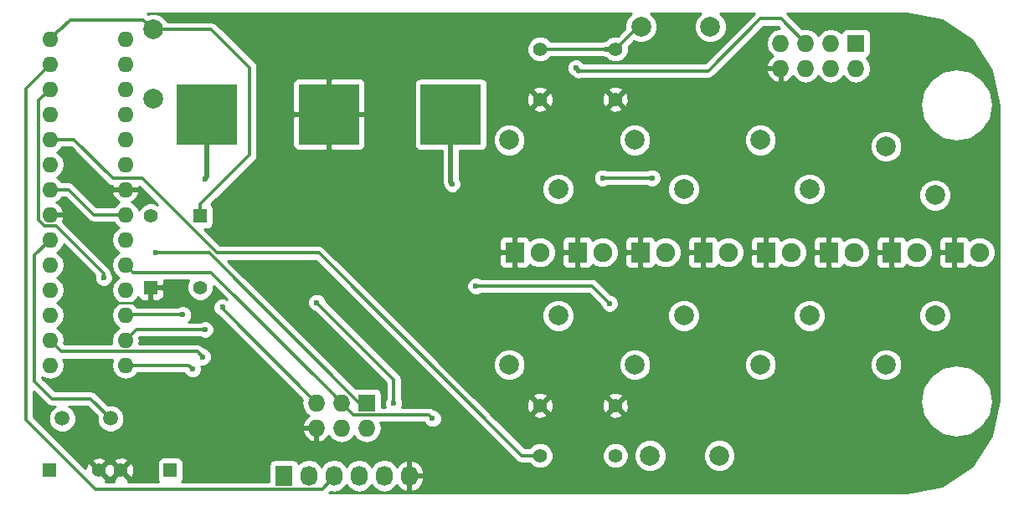
<source format=gbr>
G04 #@! TF.FileFunction,Copper,L2,Bot,Signal*
%FSLAX46Y46*%
G04 Gerber Fmt 4.6, Leading zero omitted, Abs format (unit mm)*
G04 Created by KiCad (PCBNEW (2015-08-30 BZR 6134, Git 4e94d52)-product) date 10/20/2015 9:06:23 PM*
%MOMM*%
G01*
G04 APERTURE LIST*
%ADD10C,0.100000*%
%ADD11O,1.600000X1.600000*%
%ADD12R,1.900000X2.000000*%
%ADD13C,1.900000*%
%ADD14R,1.727200X1.727200*%
%ADD15O,1.727200X1.727200*%
%ADD16R,1.727200X2.032000*%
%ADD17O,1.727200X2.032000*%
%ADD18C,1.397000*%
%ADD19C,1.501140*%
%ADD20R,1.400000X1.400000*%
%ADD21C,1.400000*%
%ADD22C,1.998980*%
%ADD23R,6.096000X6.096000*%
%ADD24C,0.600000*%
%ADD25C,0.300000*%
%ADD26C,0.250000*%
%ADD27C,0.500000*%
%ADD28C,0.254000*%
G04 APERTURE END LIST*
D10*
D11*
X53340000Y-53340000D03*
X53340000Y-55880000D03*
X53340000Y-58420000D03*
X53340000Y-60960000D03*
X53340000Y-63500000D03*
X53340000Y-66040000D03*
X53340000Y-68580000D03*
X53340000Y-71120000D03*
X53340000Y-73660000D03*
X53340000Y-76200000D03*
X53340000Y-78740000D03*
X53340000Y-81280000D03*
X53340000Y-83820000D03*
X53340000Y-86360000D03*
X60960000Y-86360000D03*
X60960000Y-83820000D03*
X60960000Y-81280000D03*
X60960000Y-78740000D03*
X60960000Y-76200000D03*
X60960000Y-73660000D03*
X60960000Y-71120000D03*
X60960000Y-68580000D03*
X60960000Y-66040000D03*
X60960000Y-63500000D03*
X60960000Y-60960000D03*
X60960000Y-58420000D03*
X60960000Y-55880000D03*
X60960000Y-53340000D03*
D12*
X100330000Y-74930000D03*
D13*
X102870000Y-74930000D03*
D12*
X106680000Y-74930000D03*
D13*
X109220000Y-74930000D03*
D12*
X113030000Y-74930000D03*
D13*
X115570000Y-74930000D03*
D12*
X119380000Y-74930000D03*
D13*
X121920000Y-74930000D03*
D12*
X125730000Y-74930000D03*
D13*
X128270000Y-74930000D03*
D12*
X132080000Y-74930000D03*
D13*
X134620000Y-74930000D03*
D12*
X138430000Y-74930000D03*
D13*
X140970000Y-74930000D03*
D12*
X144780000Y-74930000D03*
D13*
X147320000Y-74930000D03*
D14*
X85344000Y-90170000D03*
D15*
X85344000Y-92710000D03*
X82804000Y-90170000D03*
X82804000Y-92710000D03*
X80264000Y-90170000D03*
X80264000Y-92710000D03*
D16*
X76962000Y-97536000D03*
D17*
X79502000Y-97536000D03*
X82042000Y-97536000D03*
X84582000Y-97536000D03*
X87122000Y-97536000D03*
X89662000Y-97536000D03*
D18*
X110490000Y-54356000D03*
X110490000Y-59436000D03*
X102870000Y-54356000D03*
X102870000Y-59436000D03*
X102870000Y-95504000D03*
X102870000Y-90424000D03*
X110490000Y-95504000D03*
X110490000Y-90424000D03*
D19*
X59440940Y-91750000D03*
X54559060Y-91750000D03*
D20*
X63500000Y-78500000D03*
D21*
X68500000Y-78500000D03*
D20*
X68500000Y-71250000D03*
D21*
X63500000Y-71250000D03*
D20*
X65500000Y-97000000D03*
D21*
X60500000Y-97000000D03*
D20*
X53250000Y-97000000D03*
D21*
X58250000Y-97000000D03*
D22*
X104709874Y-68514874D03*
X99760126Y-63565126D03*
X104709874Y-81345126D03*
X99760126Y-86294874D03*
X117409874Y-68514874D03*
X112460126Y-63565126D03*
X117409874Y-81345126D03*
X112460126Y-86294874D03*
X130109874Y-68514874D03*
X125160126Y-63565126D03*
X130109874Y-81345126D03*
X125160126Y-86294874D03*
X142809874Y-69149874D03*
X137860126Y-64200126D03*
X142809874Y-81345126D03*
X137860126Y-86294874D03*
X63754000Y-59380000D03*
X63754000Y-52380000D03*
X113086000Y-52070000D03*
X120086000Y-52070000D03*
X114000000Y-95500000D03*
X121000000Y-95500000D03*
D23*
X81534000Y-60960000D03*
X93853000Y-60960000D03*
X69215000Y-60960000D03*
D14*
X134820000Y-53760000D03*
D15*
X134820000Y-56300000D03*
X132280000Y-53760000D03*
X132280000Y-56300000D03*
X129740000Y-53760000D03*
X129740000Y-56300000D03*
X127200000Y-53760000D03*
X127200000Y-56300000D03*
D24*
X57100000Y-72200000D03*
X58700000Y-69700000D03*
X80300000Y-80000000D03*
X88100000Y-90200000D03*
X114200000Y-67400000D03*
X109200000Y-67400000D03*
X109900000Y-80100000D03*
X96400000Y-78350010D03*
X68700000Y-59400000D03*
X69000000Y-67500000D03*
X94000000Y-68000000D03*
X93800000Y-59300000D03*
X70750000Y-80500000D03*
X58750000Y-77500000D03*
X68750000Y-85500000D03*
X67750000Y-86750000D03*
X69000000Y-82750000D03*
X66750000Y-81250000D03*
X64000000Y-75000000D03*
X92000000Y-91750000D03*
X106500000Y-56250000D03*
D25*
X60960000Y-68580000D02*
X59820000Y-68580000D01*
X59820000Y-68580000D02*
X58700000Y-69700000D01*
D26*
X63500000Y-78500000D02*
X63500000Y-79600000D01*
X63100000Y-80000000D02*
X59500000Y-80000000D01*
X63500000Y-79600000D02*
X63100000Y-80000000D01*
D25*
X109502172Y-54356000D02*
X102870000Y-54356000D01*
D27*
X110490000Y-54356000D02*
X109502172Y-54356000D01*
D25*
X112776000Y-52070000D02*
X110490000Y-54356000D01*
D27*
X113086000Y-52070000D02*
X112776000Y-52070000D01*
D25*
X88100000Y-90200000D02*
X88100000Y-87800000D01*
X88100000Y-87800000D02*
X80300000Y-80000000D01*
X109200000Y-67400000D02*
X114200000Y-67400000D01*
X108149990Y-78350010D02*
X109899980Y-80100000D01*
X109899980Y-80100000D02*
X109900000Y-80100000D01*
X96400000Y-78350010D02*
X108149990Y-78350010D01*
X55180000Y-68580000D02*
X57720000Y-71120000D01*
X57720000Y-71120000D02*
X60960000Y-71120000D01*
X53340000Y-68580000D02*
X55180000Y-68580000D01*
D27*
X69215000Y-60960000D02*
X69215000Y-67285000D01*
X69215000Y-67285000D02*
X69000000Y-67500000D01*
X93853000Y-60960000D02*
X93853000Y-67853000D01*
X93853000Y-67853000D02*
X94000000Y-68000000D01*
X67635000Y-59380000D02*
X69215000Y-60960000D01*
D25*
X93853000Y-60960000D02*
X92210000Y-60960000D01*
X80264000Y-90170000D02*
X70750000Y-80656000D01*
X70750000Y-80656000D02*
X70750000Y-80500000D01*
X68500000Y-71250000D02*
X68500000Y-70050000D01*
X68500000Y-70050000D02*
X73500000Y-65050000D01*
X69630000Y-52380000D02*
X63754000Y-52380000D01*
X73500000Y-65050000D02*
X73500000Y-56250000D01*
X73500000Y-56250000D02*
X69630000Y-52380000D01*
X54209999Y-52540001D02*
X55369489Y-51380511D01*
X55369489Y-51380511D02*
X62754511Y-51380511D01*
X62754511Y-51380511D02*
X63754000Y-52380000D01*
X53340000Y-53340000D02*
X54139999Y-52540001D01*
X54139999Y-52540001D02*
X54209999Y-52540001D01*
X53340000Y-73660000D02*
X51750000Y-75250000D01*
X51750000Y-75250000D02*
X51750000Y-88000000D01*
X51750000Y-88000000D02*
X53500000Y-89750000D01*
X53500000Y-89750000D02*
X57440940Y-89750000D01*
X57440940Y-89750000D02*
X59440940Y-91750000D01*
X82042000Y-97536000D02*
X82042000Y-97688400D01*
X82042000Y-97688400D02*
X80828399Y-98902001D01*
X80828399Y-98902001D02*
X57902001Y-98902001D01*
X57902001Y-98902001D02*
X50887384Y-91887384D01*
X50887384Y-58332616D02*
X53340000Y-55880000D01*
X50887384Y-91887384D02*
X50887384Y-58332616D01*
X58750000Y-77500000D02*
X58750000Y-77075736D01*
X58750000Y-77075736D02*
X53944265Y-72270001D01*
X52540001Y-59219999D02*
X53340000Y-58420000D01*
X53944265Y-72270001D02*
X52787999Y-72270001D01*
X52787999Y-72270001D02*
X52189999Y-71672001D01*
X52189999Y-71672001D02*
X52189999Y-59570001D01*
X52189999Y-59570001D02*
X52540001Y-59219999D01*
X102870000Y-95504000D02*
X101004000Y-95504000D01*
X55750000Y-63500000D02*
X53340000Y-63500000D01*
X62649997Y-67429999D02*
X59679999Y-67429999D01*
X70219998Y-75000000D02*
X62649997Y-67429999D01*
X59679999Y-67429999D02*
X55750000Y-63500000D01*
X80500000Y-75000000D02*
X70219998Y-75000000D01*
X101004000Y-95504000D02*
X80500000Y-75000000D01*
X68750000Y-85500000D02*
X68220001Y-84970001D01*
X68220001Y-84970001D02*
X54490001Y-84970001D01*
X54490001Y-84970001D02*
X54139999Y-84619999D01*
X54139999Y-84619999D02*
X53340000Y-83820000D01*
X60960000Y-86360000D02*
X67360000Y-86360000D01*
X67360000Y-86360000D02*
X67750000Y-86750000D01*
X69000000Y-82750000D02*
X62030000Y-82750000D01*
X62030000Y-82750000D02*
X60960000Y-83820000D01*
X66750000Y-81250000D02*
X60990000Y-81250000D01*
X60990000Y-81250000D02*
X60960000Y-81280000D01*
X85344000Y-90170000D02*
X84600130Y-90170000D01*
X84600130Y-90170000D02*
X69430130Y-75000000D01*
X69430130Y-75000000D02*
X64000000Y-75000000D01*
X92000000Y-91750000D02*
X91633601Y-91383601D01*
X91633601Y-91383601D02*
X84017601Y-91383601D01*
X84017601Y-91383601D02*
X83667599Y-91033599D01*
X83667599Y-91033599D02*
X82804000Y-90170000D01*
X60960000Y-76200000D02*
X61759999Y-76999999D01*
X61759999Y-76999999D02*
X69633999Y-76999999D01*
X69633999Y-76999999D02*
X81940401Y-89306401D01*
X81940401Y-89306401D02*
X82804000Y-90170000D01*
X106799999Y-56549999D02*
X119885871Y-56549999D01*
X119885871Y-56549999D02*
X125149471Y-51286399D01*
X125149471Y-51286399D02*
X127266399Y-51286399D01*
X127266399Y-51286399D02*
X129740000Y-53760000D01*
D27*
X106500000Y-56250000D02*
X106799999Y-56549999D01*
D28*
G36*
X111701154Y-51142927D02*
X111451794Y-51743453D01*
X111451321Y-52284521D01*
X110713148Y-53022694D01*
X110225914Y-53022269D01*
X109735620Y-53224854D01*
X109485778Y-53474261D01*
X109163497Y-53538367D01*
X109114658Y-53571000D01*
X103970579Y-53571000D01*
X103626353Y-53226173D01*
X103136413Y-53022732D01*
X102605914Y-53022269D01*
X102115620Y-53224854D01*
X101740173Y-53599647D01*
X101536732Y-54089587D01*
X101536269Y-54620086D01*
X101738854Y-55110380D01*
X102113647Y-55485827D01*
X102603587Y-55689268D01*
X103134086Y-55689731D01*
X103624380Y-55487146D01*
X103971130Y-55141000D01*
X109114658Y-55141000D01*
X109163497Y-55173633D01*
X109486044Y-55237792D01*
X109733647Y-55485827D01*
X110223587Y-55689268D01*
X110754086Y-55689731D01*
X111244380Y-55487146D01*
X111619827Y-55112353D01*
X111823268Y-54622413D01*
X111823696Y-54132462D01*
X112400855Y-53555303D01*
X112759453Y-53704206D01*
X113409694Y-53704774D01*
X114010655Y-53456462D01*
X114470846Y-52997073D01*
X114720206Y-52396547D01*
X114720774Y-51746306D01*
X114472462Y-51145345D01*
X114062832Y-50735000D01*
X119109793Y-50735000D01*
X118701154Y-51142927D01*
X118451794Y-51743453D01*
X118451226Y-52393694D01*
X118699538Y-52994655D01*
X119158927Y-53454846D01*
X119759453Y-53704206D01*
X120409694Y-53704774D01*
X121010655Y-53456462D01*
X121470846Y-52997073D01*
X121720206Y-52396547D01*
X121720774Y-51746306D01*
X121472462Y-51145345D01*
X121062832Y-50735000D01*
X124590713Y-50735000D01*
X119560713Y-55764999D01*
X107311273Y-55764999D01*
X107293117Y-55721057D01*
X107030327Y-55457808D01*
X106686799Y-55315162D01*
X106314833Y-55314838D01*
X105971057Y-55456883D01*
X105707808Y-55719673D01*
X105565162Y-56063201D01*
X105564838Y-56435167D01*
X105706883Y-56778943D01*
X105969673Y-57042192D01*
X106090987Y-57092566D01*
X106174210Y-57175789D01*
X106461325Y-57367632D01*
X106799999Y-57435000D01*
X107138674Y-57367632D01*
X107187513Y-57334999D01*
X119885871Y-57334999D01*
X120186278Y-57275244D01*
X120440950Y-57105078D01*
X120887000Y-56659027D01*
X125745032Y-56659027D01*
X125993179Y-57188490D01*
X126425053Y-57582688D01*
X126840974Y-57754958D01*
X127073000Y-57633817D01*
X127073000Y-56427000D01*
X125865531Y-56427000D01*
X125745032Y-56659027D01*
X120887000Y-56659027D01*
X125474628Y-52071399D01*
X126941241Y-52071399D01*
X127118162Y-52248320D01*
X126626511Y-52346115D01*
X126140330Y-52670971D01*
X125815474Y-53157152D01*
X125701400Y-53730641D01*
X125701400Y-53789359D01*
X125815474Y-54362848D01*
X126140330Y-54849029D01*
X126411161Y-55029992D01*
X125993179Y-55411510D01*
X125745032Y-55940973D01*
X125865531Y-56173000D01*
X127073000Y-56173000D01*
X127073000Y-56153000D01*
X127327000Y-56153000D01*
X127327000Y-56173000D01*
X127347000Y-56173000D01*
X127347000Y-56427000D01*
X127327000Y-56427000D01*
X127327000Y-57633817D01*
X127559026Y-57754958D01*
X127974947Y-57582688D01*
X128406821Y-57188490D01*
X128464336Y-57065772D01*
X128680330Y-57389029D01*
X129166511Y-57713885D01*
X129740000Y-57827959D01*
X130313489Y-57713885D01*
X130799670Y-57389029D01*
X131010000Y-57074248D01*
X131220330Y-57389029D01*
X131706511Y-57713885D01*
X132280000Y-57827959D01*
X132853489Y-57713885D01*
X133339670Y-57389029D01*
X133550000Y-57074248D01*
X133760330Y-57389029D01*
X134246511Y-57713885D01*
X134820000Y-57827959D01*
X135393489Y-57713885D01*
X135879670Y-57389029D01*
X136204526Y-56902848D01*
X136318600Y-56329359D01*
X136318600Y-56270641D01*
X136204526Y-55697152D01*
X135893426Y-55231558D01*
X135918917Y-55226762D01*
X136135041Y-55087690D01*
X136280031Y-54875490D01*
X136331040Y-54623600D01*
X136331040Y-52896400D01*
X136286762Y-52661083D01*
X136147690Y-52444959D01*
X135935490Y-52299969D01*
X135683600Y-52248960D01*
X133956400Y-52248960D01*
X133721083Y-52293238D01*
X133504959Y-52432310D01*
X133359969Y-52644510D01*
X133351136Y-52688131D01*
X133339670Y-52670971D01*
X132853489Y-52346115D01*
X132280000Y-52232041D01*
X131706511Y-52346115D01*
X131220330Y-52670971D01*
X131010000Y-52985752D01*
X130799670Y-52670971D01*
X130313489Y-52346115D01*
X129740000Y-52232041D01*
X129391517Y-52301359D01*
X127825158Y-50735000D01*
X139927610Y-50735000D01*
X143540052Y-51453560D01*
X146541163Y-53458837D01*
X148546440Y-56459949D01*
X149265000Y-60072390D01*
X149265000Y-89927610D01*
X148546440Y-93540051D01*
X146541163Y-96541163D01*
X143540052Y-98546440D01*
X139927610Y-99265000D01*
X81575558Y-99265000D01*
X81691026Y-99149532D01*
X82042000Y-99219345D01*
X82615489Y-99105271D01*
X83101670Y-98780415D01*
X83312000Y-98465634D01*
X83522330Y-98780415D01*
X84008511Y-99105271D01*
X84582000Y-99219345D01*
X85155489Y-99105271D01*
X85641670Y-98780415D01*
X85852000Y-98465634D01*
X86062330Y-98780415D01*
X86548511Y-99105271D01*
X87122000Y-99219345D01*
X87695489Y-99105271D01*
X88181670Y-98780415D01*
X88388461Y-98470931D01*
X88759964Y-98886732D01*
X89287209Y-99140709D01*
X89302974Y-99143358D01*
X89535000Y-99022217D01*
X89535000Y-97663000D01*
X89789000Y-97663000D01*
X89789000Y-99022217D01*
X90021026Y-99143358D01*
X90036791Y-99140709D01*
X90564036Y-98886732D01*
X90953954Y-98450320D01*
X91147184Y-97897913D01*
X91002924Y-97663000D01*
X89789000Y-97663000D01*
X89535000Y-97663000D01*
X89515000Y-97663000D01*
X89515000Y-97409000D01*
X89535000Y-97409000D01*
X89535000Y-96049783D01*
X89789000Y-96049783D01*
X89789000Y-97409000D01*
X91002924Y-97409000D01*
X91147184Y-97174087D01*
X90953954Y-96621680D01*
X90564036Y-96185268D01*
X90036791Y-95931291D01*
X90021026Y-95928642D01*
X89789000Y-96049783D01*
X89535000Y-96049783D01*
X89302974Y-95928642D01*
X89287209Y-95931291D01*
X88759964Y-96185268D01*
X88388461Y-96601069D01*
X88181670Y-96291585D01*
X87695489Y-95966729D01*
X87122000Y-95852655D01*
X86548511Y-95966729D01*
X86062330Y-96291585D01*
X85852000Y-96606366D01*
X85641670Y-96291585D01*
X85155489Y-95966729D01*
X84582000Y-95852655D01*
X84008511Y-95966729D01*
X83522330Y-96291585D01*
X83312000Y-96606366D01*
X83101670Y-96291585D01*
X82615489Y-95966729D01*
X82042000Y-95852655D01*
X81468511Y-95966729D01*
X80982330Y-96291585D01*
X80772000Y-96606366D01*
X80561670Y-96291585D01*
X80075489Y-95966729D01*
X79502000Y-95852655D01*
X78928511Y-95966729D01*
X78442330Y-96291585D01*
X78432757Y-96305913D01*
X78428762Y-96284683D01*
X78289690Y-96068559D01*
X78077490Y-95923569D01*
X77825600Y-95872560D01*
X76098400Y-95872560D01*
X75863083Y-95916838D01*
X75646959Y-96055910D01*
X75501969Y-96268110D01*
X75450960Y-96520000D01*
X75450960Y-98117001D01*
X66683616Y-98117001D01*
X66796431Y-97951890D01*
X66847440Y-97700000D01*
X66847440Y-96300000D01*
X66803162Y-96064683D01*
X66664090Y-95848559D01*
X66451890Y-95703569D01*
X66200000Y-95652560D01*
X64800000Y-95652560D01*
X64564683Y-95696838D01*
X64348559Y-95835910D01*
X64203569Y-96048110D01*
X64152560Y-96300000D01*
X64152560Y-97700000D01*
X64196838Y-97935317D01*
X64313748Y-98117001D01*
X61208005Y-98117001D01*
X61255669Y-97935275D01*
X60500000Y-97179605D01*
X59744331Y-97935275D01*
X59791995Y-98117001D01*
X58958005Y-98117001D01*
X59005669Y-97935275D01*
X58250000Y-97179605D01*
X58235858Y-97193748D01*
X58056253Y-97014143D01*
X58070395Y-97000000D01*
X58429605Y-97000000D01*
X59185275Y-97755669D01*
X59375000Y-97705907D01*
X59564725Y-97755669D01*
X60320395Y-97000000D01*
X60679605Y-97000000D01*
X61435275Y-97755669D01*
X61671042Y-97693831D01*
X61847419Y-97192878D01*
X61818664Y-96662560D01*
X61671042Y-96306169D01*
X61435275Y-96244331D01*
X60679605Y-97000000D01*
X60320395Y-97000000D01*
X59564725Y-96244331D01*
X59375000Y-96294093D01*
X59185275Y-96244331D01*
X58429605Y-97000000D01*
X58070395Y-97000000D01*
X57314725Y-96244331D01*
X57078958Y-96306169D01*
X56906408Y-96796251D01*
X56174883Y-96064725D01*
X57494331Y-96064725D01*
X58250000Y-96820395D01*
X59005669Y-96064725D01*
X59744331Y-96064725D01*
X60500000Y-96820395D01*
X61255669Y-96064725D01*
X61193831Y-95828958D01*
X60692878Y-95652581D01*
X60162560Y-95681336D01*
X59806169Y-95828958D01*
X59744331Y-96064725D01*
X59005669Y-96064725D01*
X58943831Y-95828958D01*
X58442878Y-95652581D01*
X57912560Y-95681336D01*
X57556169Y-95828958D01*
X57494331Y-96064725D01*
X56174883Y-96064725D01*
X51672384Y-91562226D01*
X51672384Y-89032542D01*
X52944921Y-90305079D01*
X53199594Y-90475245D01*
X53500000Y-90535000D01*
X53871270Y-90535000D01*
X53775223Y-90574686D01*
X53385116Y-90964113D01*
X53173731Y-91473184D01*
X53173250Y-92024398D01*
X53383746Y-92533837D01*
X53773173Y-92923944D01*
X54282244Y-93135329D01*
X54833458Y-93135810D01*
X55342897Y-92925314D01*
X55733004Y-92535887D01*
X55944389Y-92026816D01*
X55944870Y-91475602D01*
X55734374Y-90966163D01*
X55344947Y-90576056D01*
X55246073Y-90535000D01*
X57115782Y-90535000D01*
X58055610Y-91474828D01*
X58055130Y-92024398D01*
X58265626Y-92533837D01*
X58655053Y-92923944D01*
X59164124Y-93135329D01*
X59715338Y-93135810D01*
X59876965Y-93069027D01*
X78809032Y-93069027D01*
X79057179Y-93598490D01*
X79489053Y-93992688D01*
X79904974Y-94164958D01*
X80137000Y-94043817D01*
X80137000Y-92837000D01*
X78929531Y-92837000D01*
X78809032Y-93069027D01*
X59876965Y-93069027D01*
X60224777Y-92925314D01*
X60614884Y-92535887D01*
X60826269Y-92026816D01*
X60826750Y-91475602D01*
X60616254Y-90966163D01*
X60226827Y-90576056D01*
X59717756Y-90364671D01*
X59166542Y-90364190D01*
X59165655Y-90364557D01*
X57996019Y-89194921D01*
X57741347Y-89024755D01*
X57440940Y-88965000D01*
X53825158Y-88965000D01*
X52535000Y-87674842D01*
X52535000Y-87533598D01*
X52762736Y-87685767D01*
X53311887Y-87795000D01*
X53368113Y-87795000D01*
X53917264Y-87685767D01*
X54382811Y-87374698D01*
X54693880Y-86909151D01*
X54803113Y-86360000D01*
X54693880Y-85810849D01*
X54656564Y-85755001D01*
X59643436Y-85755001D01*
X59606120Y-85810849D01*
X59496887Y-86360000D01*
X59606120Y-86909151D01*
X59917189Y-87374698D01*
X60382736Y-87685767D01*
X60931887Y-87795000D01*
X60988113Y-87795000D01*
X61537264Y-87685767D01*
X62002811Y-87374698D01*
X62156291Y-87145000D01*
X66901539Y-87145000D01*
X66956883Y-87278943D01*
X67219673Y-87542192D01*
X67563201Y-87684838D01*
X67935167Y-87685162D01*
X68278943Y-87543117D01*
X68542192Y-87280327D01*
X68684838Y-86936799D01*
X68685162Y-86564833D01*
X68631474Y-86434897D01*
X68935167Y-86435162D01*
X69278943Y-86293117D01*
X69542192Y-86030327D01*
X69684838Y-85686799D01*
X69685162Y-85314833D01*
X69543117Y-84971057D01*
X69280327Y-84707808D01*
X68936799Y-84565162D01*
X68925310Y-84565152D01*
X68775080Y-84414922D01*
X68520408Y-84244756D01*
X68220001Y-84185001D01*
X62350510Y-84185001D01*
X62423113Y-83820000D01*
X62366423Y-83535000D01*
X68462494Y-83535000D01*
X68469673Y-83542192D01*
X68813201Y-83684838D01*
X69185167Y-83685162D01*
X69528943Y-83543117D01*
X69792192Y-83280327D01*
X69934838Y-82936799D01*
X69935162Y-82564833D01*
X69793117Y-82221057D01*
X69530327Y-81957808D01*
X69186799Y-81815162D01*
X68814833Y-81814838D01*
X68471057Y-81956883D01*
X68462926Y-81965000D01*
X67357196Y-81965000D01*
X67542192Y-81780327D01*
X67684838Y-81436799D01*
X67685162Y-81064833D01*
X67543117Y-80721057D01*
X67280327Y-80457808D01*
X66936799Y-80315162D01*
X66564833Y-80314838D01*
X66221057Y-80456883D01*
X66212926Y-80465000D01*
X62136245Y-80465000D01*
X62002811Y-80265302D01*
X61620725Y-80010000D01*
X62002811Y-79754698D01*
X62212472Y-79440918D01*
X62261673Y-79559699D01*
X62440302Y-79738327D01*
X62673691Y-79835000D01*
X63214250Y-79835000D01*
X63373000Y-79676250D01*
X63373000Y-78627000D01*
X63627000Y-78627000D01*
X63627000Y-79676250D01*
X63785750Y-79835000D01*
X64326309Y-79835000D01*
X64559698Y-79738327D01*
X64738327Y-79559699D01*
X64835000Y-79326310D01*
X64835000Y-78785750D01*
X64676250Y-78627000D01*
X63627000Y-78627000D01*
X63373000Y-78627000D01*
X63353000Y-78627000D01*
X63353000Y-78373000D01*
X63373000Y-78373000D01*
X63373000Y-78353000D01*
X63627000Y-78353000D01*
X63627000Y-78373000D01*
X64676250Y-78373000D01*
X64835000Y-78214250D01*
X64835000Y-77784999D01*
X67351378Y-77784999D01*
X67165232Y-78233287D01*
X67164769Y-78764383D01*
X67367582Y-79255229D01*
X67742796Y-79631098D01*
X68233287Y-79834768D01*
X68764383Y-79835231D01*
X69255229Y-79632418D01*
X69631098Y-79257204D01*
X69834768Y-78766713D01*
X69835165Y-78311323D01*
X71197085Y-79673243D01*
X70936799Y-79565162D01*
X70564833Y-79564838D01*
X70221057Y-79706883D01*
X69957808Y-79969673D01*
X69815162Y-80313201D01*
X69814838Y-80685167D01*
X69956883Y-81028943D01*
X70219673Y-81292192D01*
X70316056Y-81332214D01*
X78824976Y-89841134D01*
X78765400Y-90140641D01*
X78765400Y-90199359D01*
X78879474Y-90772848D01*
X79204330Y-91259029D01*
X79475161Y-91439992D01*
X79057179Y-91821510D01*
X78809032Y-92350973D01*
X78929531Y-92583000D01*
X80137000Y-92583000D01*
X80137000Y-92563000D01*
X80391000Y-92563000D01*
X80391000Y-92583000D01*
X80411000Y-92583000D01*
X80411000Y-92837000D01*
X80391000Y-92837000D01*
X80391000Y-94043817D01*
X80623026Y-94164958D01*
X81038947Y-93992688D01*
X81470821Y-93598490D01*
X81528336Y-93475772D01*
X81744330Y-93799029D01*
X82230511Y-94123885D01*
X82804000Y-94237959D01*
X83377489Y-94123885D01*
X83863670Y-93799029D01*
X84074000Y-93484248D01*
X84284330Y-93799029D01*
X84770511Y-94123885D01*
X85344000Y-94237959D01*
X85917489Y-94123885D01*
X86403670Y-93799029D01*
X86728526Y-93312848D01*
X86842600Y-92739359D01*
X86842600Y-92680641D01*
X86740749Y-92168601D01*
X91161291Y-92168601D01*
X91206883Y-92278943D01*
X91469673Y-92542192D01*
X91813201Y-92684838D01*
X92185167Y-92685162D01*
X92528943Y-92543117D01*
X92792192Y-92280327D01*
X92934838Y-91936799D01*
X92935162Y-91564833D01*
X92793117Y-91221057D01*
X92530327Y-90957808D01*
X92186799Y-90815162D01*
X92168662Y-90815146D01*
X91934008Y-90658356D01*
X91633601Y-90598601D01*
X88946890Y-90598601D01*
X89034838Y-90386799D01*
X89035162Y-90014833D01*
X88893117Y-89671057D01*
X88885000Y-89662926D01*
X88885000Y-87800000D01*
X88825245Y-87499594D01*
X88655079Y-87244921D01*
X81235153Y-79824995D01*
X81235162Y-79814833D01*
X81093117Y-79471057D01*
X80830327Y-79207808D01*
X80486799Y-79065162D01*
X80114833Y-79064838D01*
X79771057Y-79206883D01*
X79507808Y-79469673D01*
X79365162Y-79813201D01*
X79364838Y-80185167D01*
X79506883Y-80528943D01*
X79769673Y-80792192D01*
X80113201Y-80934838D01*
X80124690Y-80934848D01*
X87315000Y-88125158D01*
X87315000Y-89662494D01*
X87307808Y-89669673D01*
X87165162Y-90013201D01*
X87164838Y-90385167D01*
X87253027Y-90598601D01*
X86855040Y-90598601D01*
X86855040Y-89306400D01*
X86810762Y-89071083D01*
X86671690Y-88854959D01*
X86459490Y-88709969D01*
X86207600Y-88658960D01*
X84480400Y-88658960D01*
X84245083Y-88703238D01*
X84244136Y-88703848D01*
X71325288Y-75785000D01*
X80174842Y-75785000D01*
X100448921Y-96059079D01*
X100703594Y-96229245D01*
X101004000Y-96289000D01*
X101769421Y-96289000D01*
X102113647Y-96633827D01*
X102603587Y-96837268D01*
X103134086Y-96837731D01*
X103624380Y-96635146D01*
X103999827Y-96260353D01*
X104203268Y-95770413D01*
X104203270Y-95768086D01*
X109156269Y-95768086D01*
X109358854Y-96258380D01*
X109733647Y-96633827D01*
X110223587Y-96837268D01*
X110754086Y-96837731D01*
X111244380Y-96635146D01*
X111619827Y-96260353D01*
X111801143Y-95823694D01*
X112365226Y-95823694D01*
X112613538Y-96424655D01*
X113072927Y-96884846D01*
X113673453Y-97134206D01*
X114323694Y-97134774D01*
X114924655Y-96886462D01*
X115384846Y-96427073D01*
X115634206Y-95826547D01*
X115634208Y-95823694D01*
X119365226Y-95823694D01*
X119613538Y-96424655D01*
X120072927Y-96884846D01*
X120673453Y-97134206D01*
X121323694Y-97134774D01*
X121924655Y-96886462D01*
X122384846Y-96427073D01*
X122634206Y-95826547D01*
X122634774Y-95176306D01*
X122386462Y-94575345D01*
X121927073Y-94115154D01*
X121326547Y-93865794D01*
X120676306Y-93865226D01*
X120075345Y-94113538D01*
X119615154Y-94572927D01*
X119365794Y-95173453D01*
X119365226Y-95823694D01*
X115634208Y-95823694D01*
X115634774Y-95176306D01*
X115386462Y-94575345D01*
X114927073Y-94115154D01*
X114326547Y-93865794D01*
X113676306Y-93865226D01*
X113075345Y-94113538D01*
X112615154Y-94572927D01*
X112365794Y-95173453D01*
X112365226Y-95823694D01*
X111801143Y-95823694D01*
X111823268Y-95770413D01*
X111823731Y-95239914D01*
X111621146Y-94749620D01*
X111246353Y-94374173D01*
X110756413Y-94170732D01*
X110225914Y-94170269D01*
X109735620Y-94372854D01*
X109360173Y-94747647D01*
X109156732Y-95237587D01*
X109156269Y-95768086D01*
X104203270Y-95768086D01*
X104203731Y-95239914D01*
X104001146Y-94749620D01*
X103626353Y-94374173D01*
X103136413Y-94170732D01*
X102605914Y-94170269D01*
X102115620Y-94372854D01*
X101768870Y-94719000D01*
X101329158Y-94719000D01*
X97968346Y-91358188D01*
X102115417Y-91358188D01*
X102177071Y-91593800D01*
X102677480Y-91769927D01*
X103207199Y-91741148D01*
X103562929Y-91593800D01*
X103624583Y-91358188D01*
X109735417Y-91358188D01*
X109797071Y-91593800D01*
X110297480Y-91769927D01*
X110827199Y-91741148D01*
X111182929Y-91593800D01*
X111244583Y-91358188D01*
X110490000Y-90603605D01*
X109735417Y-91358188D01*
X103624583Y-91358188D01*
X102870000Y-90603605D01*
X102115417Y-91358188D01*
X97968346Y-91358188D01*
X96841638Y-90231480D01*
X101524073Y-90231480D01*
X101552852Y-90761199D01*
X101700200Y-91116929D01*
X101935812Y-91178583D01*
X102690395Y-90424000D01*
X103049605Y-90424000D01*
X103804188Y-91178583D01*
X104039800Y-91116929D01*
X104215927Y-90616520D01*
X104195009Y-90231480D01*
X109144073Y-90231480D01*
X109172852Y-90761199D01*
X109320200Y-91116929D01*
X109555812Y-91178583D01*
X110310395Y-90424000D01*
X110669605Y-90424000D01*
X111424188Y-91178583D01*
X111659800Y-91116929D01*
X111835927Y-90616520D01*
X111807148Y-90086801D01*
X111771194Y-90000000D01*
X141315000Y-90000000D01*
X141595504Y-91410188D01*
X142394312Y-92605688D01*
X143589812Y-93404496D01*
X145000000Y-93685000D01*
X146410188Y-93404496D01*
X147605688Y-92605688D01*
X148404496Y-91410188D01*
X148685000Y-90000000D01*
X148404496Y-88589812D01*
X147605688Y-87394312D01*
X146410188Y-86595504D01*
X145000000Y-86315000D01*
X143589812Y-86595504D01*
X142394312Y-87394312D01*
X141595504Y-88589812D01*
X141315000Y-90000000D01*
X111771194Y-90000000D01*
X111659800Y-89731071D01*
X111424188Y-89669417D01*
X110669605Y-90424000D01*
X110310395Y-90424000D01*
X109555812Y-89669417D01*
X109320200Y-89731071D01*
X109144073Y-90231480D01*
X104195009Y-90231480D01*
X104187148Y-90086801D01*
X104039800Y-89731071D01*
X103804188Y-89669417D01*
X103049605Y-90424000D01*
X102690395Y-90424000D01*
X101935812Y-89669417D01*
X101700200Y-89731071D01*
X101524073Y-90231480D01*
X96841638Y-90231480D01*
X96099970Y-89489812D01*
X102115417Y-89489812D01*
X102870000Y-90244395D01*
X103624583Y-89489812D01*
X109735417Y-89489812D01*
X110490000Y-90244395D01*
X111244583Y-89489812D01*
X111182929Y-89254200D01*
X110682520Y-89078073D01*
X110152801Y-89106852D01*
X109797071Y-89254200D01*
X109735417Y-89489812D01*
X103624583Y-89489812D01*
X103562929Y-89254200D01*
X103062520Y-89078073D01*
X102532801Y-89106852D01*
X102177071Y-89254200D01*
X102115417Y-89489812D01*
X96099970Y-89489812D01*
X93228726Y-86618568D01*
X98125352Y-86618568D01*
X98373664Y-87219529D01*
X98833053Y-87679720D01*
X99433579Y-87929080D01*
X100083820Y-87929648D01*
X100684781Y-87681336D01*
X101144972Y-87221947D01*
X101394332Y-86621421D01*
X101394334Y-86618568D01*
X110825352Y-86618568D01*
X111073664Y-87219529D01*
X111533053Y-87679720D01*
X112133579Y-87929080D01*
X112783820Y-87929648D01*
X113384781Y-87681336D01*
X113844972Y-87221947D01*
X114094332Y-86621421D01*
X114094334Y-86618568D01*
X123525352Y-86618568D01*
X123773664Y-87219529D01*
X124233053Y-87679720D01*
X124833579Y-87929080D01*
X125483820Y-87929648D01*
X126084781Y-87681336D01*
X126544972Y-87221947D01*
X126794332Y-86621421D01*
X126794334Y-86618568D01*
X136225352Y-86618568D01*
X136473664Y-87219529D01*
X136933053Y-87679720D01*
X137533579Y-87929080D01*
X138183820Y-87929648D01*
X138784781Y-87681336D01*
X139244972Y-87221947D01*
X139494332Y-86621421D01*
X139494900Y-85971180D01*
X139246588Y-85370219D01*
X138787199Y-84910028D01*
X138186673Y-84660668D01*
X137536432Y-84660100D01*
X136935471Y-84908412D01*
X136475280Y-85367801D01*
X136225920Y-85968327D01*
X136225352Y-86618568D01*
X126794334Y-86618568D01*
X126794900Y-85971180D01*
X126546588Y-85370219D01*
X126087199Y-84910028D01*
X125486673Y-84660668D01*
X124836432Y-84660100D01*
X124235471Y-84908412D01*
X123775280Y-85367801D01*
X123525920Y-85968327D01*
X123525352Y-86618568D01*
X114094334Y-86618568D01*
X114094900Y-85971180D01*
X113846588Y-85370219D01*
X113387199Y-84910028D01*
X112786673Y-84660668D01*
X112136432Y-84660100D01*
X111535471Y-84908412D01*
X111075280Y-85367801D01*
X110825920Y-85968327D01*
X110825352Y-86618568D01*
X101394334Y-86618568D01*
X101394900Y-85971180D01*
X101146588Y-85370219D01*
X100687199Y-84910028D01*
X100086673Y-84660668D01*
X99436432Y-84660100D01*
X98835471Y-84908412D01*
X98375280Y-85367801D01*
X98125920Y-85968327D01*
X98125352Y-86618568D01*
X93228726Y-86618568D01*
X88278978Y-81668820D01*
X103075100Y-81668820D01*
X103323412Y-82269781D01*
X103782801Y-82729972D01*
X104383327Y-82979332D01*
X105033568Y-82979900D01*
X105634529Y-82731588D01*
X106094720Y-82272199D01*
X106344080Y-81671673D01*
X106344082Y-81668820D01*
X115775100Y-81668820D01*
X116023412Y-82269781D01*
X116482801Y-82729972D01*
X117083327Y-82979332D01*
X117733568Y-82979900D01*
X118334529Y-82731588D01*
X118794720Y-82272199D01*
X119044080Y-81671673D01*
X119044082Y-81668820D01*
X128475100Y-81668820D01*
X128723412Y-82269781D01*
X129182801Y-82729972D01*
X129783327Y-82979332D01*
X130433568Y-82979900D01*
X131034529Y-82731588D01*
X131494720Y-82272199D01*
X131744080Y-81671673D01*
X131744082Y-81668820D01*
X141175100Y-81668820D01*
X141423412Y-82269781D01*
X141882801Y-82729972D01*
X142483327Y-82979332D01*
X143133568Y-82979900D01*
X143734529Y-82731588D01*
X144194720Y-82272199D01*
X144444080Y-81671673D01*
X144444648Y-81021432D01*
X144196336Y-80420471D01*
X143736947Y-79960280D01*
X143136421Y-79710920D01*
X142486180Y-79710352D01*
X141885219Y-79958664D01*
X141425028Y-80418053D01*
X141175668Y-81018579D01*
X141175100Y-81668820D01*
X131744082Y-81668820D01*
X131744648Y-81021432D01*
X131496336Y-80420471D01*
X131036947Y-79960280D01*
X130436421Y-79710920D01*
X129786180Y-79710352D01*
X129185219Y-79958664D01*
X128725028Y-80418053D01*
X128475668Y-81018579D01*
X128475100Y-81668820D01*
X119044082Y-81668820D01*
X119044648Y-81021432D01*
X118796336Y-80420471D01*
X118336947Y-79960280D01*
X117736421Y-79710920D01*
X117086180Y-79710352D01*
X116485219Y-79958664D01*
X116025028Y-80418053D01*
X115775668Y-81018579D01*
X115775100Y-81668820D01*
X106344082Y-81668820D01*
X106344648Y-81021432D01*
X106096336Y-80420471D01*
X105636947Y-79960280D01*
X105036421Y-79710920D01*
X104386180Y-79710352D01*
X103785219Y-79958664D01*
X103325028Y-80418053D01*
X103075668Y-81018579D01*
X103075100Y-81668820D01*
X88278978Y-81668820D01*
X85145335Y-78535177D01*
X95464838Y-78535177D01*
X95606883Y-78878953D01*
X95869673Y-79142202D01*
X96213201Y-79284848D01*
X96585167Y-79285172D01*
X96928943Y-79143127D01*
X96937074Y-79135010D01*
X107824832Y-79135010D01*
X108964847Y-80275025D01*
X108964838Y-80285167D01*
X109106883Y-80628943D01*
X109369673Y-80892192D01*
X109713201Y-81034838D01*
X110085167Y-81035162D01*
X110428943Y-80893117D01*
X110692192Y-80630327D01*
X110834838Y-80286799D01*
X110835162Y-79914833D01*
X110693117Y-79571057D01*
X110430327Y-79307808D01*
X110086799Y-79165162D01*
X110075290Y-79165152D01*
X108705069Y-77794931D01*
X108450397Y-77624765D01*
X108149990Y-77565010D01*
X96937506Y-77565010D01*
X96930327Y-77557818D01*
X96586799Y-77415172D01*
X96214833Y-77414848D01*
X95871057Y-77556893D01*
X95607808Y-77819683D01*
X95465162Y-78163211D01*
X95464838Y-78535177D01*
X85145335Y-78535177D01*
X81825908Y-75215750D01*
X98745000Y-75215750D01*
X98745000Y-76056309D01*
X98841673Y-76289698D01*
X99020301Y-76468327D01*
X99253690Y-76565000D01*
X100044250Y-76565000D01*
X100203000Y-76406250D01*
X100203000Y-75057000D01*
X98903750Y-75057000D01*
X98745000Y-75215750D01*
X81825908Y-75215750D01*
X81055079Y-74444921D01*
X80800407Y-74274755D01*
X80500000Y-74215000D01*
X70545156Y-74215000D01*
X70133847Y-73803691D01*
X98745000Y-73803691D01*
X98745000Y-74644250D01*
X98903750Y-74803000D01*
X100203000Y-74803000D01*
X100203000Y-73453750D01*
X100457000Y-73453750D01*
X100457000Y-74803000D01*
X100477000Y-74803000D01*
X100477000Y-75057000D01*
X100457000Y-75057000D01*
X100457000Y-76406250D01*
X100615750Y-76565000D01*
X101406310Y-76565000D01*
X101639699Y-76468327D01*
X101818327Y-76289698D01*
X101868012Y-76169749D01*
X101970997Y-76272914D01*
X102553341Y-76514724D01*
X103183893Y-76515275D01*
X103766657Y-76274481D01*
X104212914Y-75829003D01*
X104454724Y-75246659D01*
X104454751Y-75215750D01*
X105095000Y-75215750D01*
X105095000Y-76056309D01*
X105191673Y-76289698D01*
X105370301Y-76468327D01*
X105603690Y-76565000D01*
X106394250Y-76565000D01*
X106553000Y-76406250D01*
X106553000Y-75057000D01*
X105253750Y-75057000D01*
X105095000Y-75215750D01*
X104454751Y-75215750D01*
X104455275Y-74616107D01*
X104214481Y-74033343D01*
X103985230Y-73803691D01*
X105095000Y-73803691D01*
X105095000Y-74644250D01*
X105253750Y-74803000D01*
X106553000Y-74803000D01*
X106553000Y-73453750D01*
X106807000Y-73453750D01*
X106807000Y-74803000D01*
X106827000Y-74803000D01*
X106827000Y-75057000D01*
X106807000Y-75057000D01*
X106807000Y-76406250D01*
X106965750Y-76565000D01*
X107756310Y-76565000D01*
X107989699Y-76468327D01*
X108168327Y-76289698D01*
X108218012Y-76169749D01*
X108320997Y-76272914D01*
X108903341Y-76514724D01*
X109533893Y-76515275D01*
X110116657Y-76274481D01*
X110562914Y-75829003D01*
X110804724Y-75246659D01*
X110804751Y-75215750D01*
X111445000Y-75215750D01*
X111445000Y-76056309D01*
X111541673Y-76289698D01*
X111720301Y-76468327D01*
X111953690Y-76565000D01*
X112744250Y-76565000D01*
X112903000Y-76406250D01*
X112903000Y-75057000D01*
X111603750Y-75057000D01*
X111445000Y-75215750D01*
X110804751Y-75215750D01*
X110805275Y-74616107D01*
X110564481Y-74033343D01*
X110335230Y-73803691D01*
X111445000Y-73803691D01*
X111445000Y-74644250D01*
X111603750Y-74803000D01*
X112903000Y-74803000D01*
X112903000Y-73453750D01*
X113157000Y-73453750D01*
X113157000Y-74803000D01*
X113177000Y-74803000D01*
X113177000Y-75057000D01*
X113157000Y-75057000D01*
X113157000Y-76406250D01*
X113315750Y-76565000D01*
X114106310Y-76565000D01*
X114339699Y-76468327D01*
X114518327Y-76289698D01*
X114568012Y-76169749D01*
X114670997Y-76272914D01*
X115253341Y-76514724D01*
X115883893Y-76515275D01*
X116466657Y-76274481D01*
X116912914Y-75829003D01*
X117154724Y-75246659D01*
X117154751Y-75215750D01*
X117795000Y-75215750D01*
X117795000Y-76056309D01*
X117891673Y-76289698D01*
X118070301Y-76468327D01*
X118303690Y-76565000D01*
X119094250Y-76565000D01*
X119253000Y-76406250D01*
X119253000Y-75057000D01*
X117953750Y-75057000D01*
X117795000Y-75215750D01*
X117154751Y-75215750D01*
X117155275Y-74616107D01*
X116914481Y-74033343D01*
X116685230Y-73803691D01*
X117795000Y-73803691D01*
X117795000Y-74644250D01*
X117953750Y-74803000D01*
X119253000Y-74803000D01*
X119253000Y-73453750D01*
X119507000Y-73453750D01*
X119507000Y-74803000D01*
X119527000Y-74803000D01*
X119527000Y-75057000D01*
X119507000Y-75057000D01*
X119507000Y-76406250D01*
X119665750Y-76565000D01*
X120456310Y-76565000D01*
X120689699Y-76468327D01*
X120868327Y-76289698D01*
X120918012Y-76169749D01*
X121020997Y-76272914D01*
X121603341Y-76514724D01*
X122233893Y-76515275D01*
X122816657Y-76274481D01*
X123262914Y-75829003D01*
X123504724Y-75246659D01*
X123504751Y-75215750D01*
X124145000Y-75215750D01*
X124145000Y-76056309D01*
X124241673Y-76289698D01*
X124420301Y-76468327D01*
X124653690Y-76565000D01*
X125444250Y-76565000D01*
X125603000Y-76406250D01*
X125603000Y-75057000D01*
X124303750Y-75057000D01*
X124145000Y-75215750D01*
X123504751Y-75215750D01*
X123505275Y-74616107D01*
X123264481Y-74033343D01*
X123035230Y-73803691D01*
X124145000Y-73803691D01*
X124145000Y-74644250D01*
X124303750Y-74803000D01*
X125603000Y-74803000D01*
X125603000Y-73453750D01*
X125857000Y-73453750D01*
X125857000Y-74803000D01*
X125877000Y-74803000D01*
X125877000Y-75057000D01*
X125857000Y-75057000D01*
X125857000Y-76406250D01*
X126015750Y-76565000D01*
X126806310Y-76565000D01*
X127039699Y-76468327D01*
X127218327Y-76289698D01*
X127268012Y-76169749D01*
X127370997Y-76272914D01*
X127953341Y-76514724D01*
X128583893Y-76515275D01*
X129166657Y-76274481D01*
X129612914Y-75829003D01*
X129854724Y-75246659D01*
X129854751Y-75215750D01*
X130495000Y-75215750D01*
X130495000Y-76056309D01*
X130591673Y-76289698D01*
X130770301Y-76468327D01*
X131003690Y-76565000D01*
X131794250Y-76565000D01*
X131953000Y-76406250D01*
X131953000Y-75057000D01*
X130653750Y-75057000D01*
X130495000Y-75215750D01*
X129854751Y-75215750D01*
X129855275Y-74616107D01*
X129614481Y-74033343D01*
X129385230Y-73803691D01*
X130495000Y-73803691D01*
X130495000Y-74644250D01*
X130653750Y-74803000D01*
X131953000Y-74803000D01*
X131953000Y-73453750D01*
X132207000Y-73453750D01*
X132207000Y-74803000D01*
X132227000Y-74803000D01*
X132227000Y-75057000D01*
X132207000Y-75057000D01*
X132207000Y-76406250D01*
X132365750Y-76565000D01*
X133156310Y-76565000D01*
X133389699Y-76468327D01*
X133568327Y-76289698D01*
X133618012Y-76169749D01*
X133720997Y-76272914D01*
X134303341Y-76514724D01*
X134933893Y-76515275D01*
X135516657Y-76274481D01*
X135962914Y-75829003D01*
X136204724Y-75246659D01*
X136204751Y-75215750D01*
X136845000Y-75215750D01*
X136845000Y-76056309D01*
X136941673Y-76289698D01*
X137120301Y-76468327D01*
X137353690Y-76565000D01*
X138144250Y-76565000D01*
X138303000Y-76406250D01*
X138303000Y-75057000D01*
X137003750Y-75057000D01*
X136845000Y-75215750D01*
X136204751Y-75215750D01*
X136205275Y-74616107D01*
X135964481Y-74033343D01*
X135735230Y-73803691D01*
X136845000Y-73803691D01*
X136845000Y-74644250D01*
X137003750Y-74803000D01*
X138303000Y-74803000D01*
X138303000Y-73453750D01*
X138557000Y-73453750D01*
X138557000Y-74803000D01*
X138577000Y-74803000D01*
X138577000Y-75057000D01*
X138557000Y-75057000D01*
X138557000Y-76406250D01*
X138715750Y-76565000D01*
X139506310Y-76565000D01*
X139739699Y-76468327D01*
X139918327Y-76289698D01*
X139968012Y-76169749D01*
X140070997Y-76272914D01*
X140653341Y-76514724D01*
X141283893Y-76515275D01*
X141866657Y-76274481D01*
X142312914Y-75829003D01*
X142554724Y-75246659D01*
X142554751Y-75215750D01*
X143195000Y-75215750D01*
X143195000Y-76056309D01*
X143291673Y-76289698D01*
X143470301Y-76468327D01*
X143703690Y-76565000D01*
X144494250Y-76565000D01*
X144653000Y-76406250D01*
X144653000Y-75057000D01*
X143353750Y-75057000D01*
X143195000Y-75215750D01*
X142554751Y-75215750D01*
X142555275Y-74616107D01*
X142314481Y-74033343D01*
X142085230Y-73803691D01*
X143195000Y-73803691D01*
X143195000Y-74644250D01*
X143353750Y-74803000D01*
X144653000Y-74803000D01*
X144653000Y-73453750D01*
X144907000Y-73453750D01*
X144907000Y-74803000D01*
X144927000Y-74803000D01*
X144927000Y-75057000D01*
X144907000Y-75057000D01*
X144907000Y-76406250D01*
X145065750Y-76565000D01*
X145856310Y-76565000D01*
X146089699Y-76468327D01*
X146268327Y-76289698D01*
X146318012Y-76169749D01*
X146420997Y-76272914D01*
X147003341Y-76514724D01*
X147633893Y-76515275D01*
X148216657Y-76274481D01*
X148662914Y-75829003D01*
X148904724Y-75246659D01*
X148905275Y-74616107D01*
X148664481Y-74033343D01*
X148219003Y-73587086D01*
X147636659Y-73345276D01*
X147006107Y-73344725D01*
X146423343Y-73585519D01*
X146318133Y-73690545D01*
X146268327Y-73570302D01*
X146089699Y-73391673D01*
X145856310Y-73295000D01*
X145065750Y-73295000D01*
X144907000Y-73453750D01*
X144653000Y-73453750D01*
X144494250Y-73295000D01*
X143703690Y-73295000D01*
X143470301Y-73391673D01*
X143291673Y-73570302D01*
X143195000Y-73803691D01*
X142085230Y-73803691D01*
X141869003Y-73587086D01*
X141286659Y-73345276D01*
X140656107Y-73344725D01*
X140073343Y-73585519D01*
X139968133Y-73690545D01*
X139918327Y-73570302D01*
X139739699Y-73391673D01*
X139506310Y-73295000D01*
X138715750Y-73295000D01*
X138557000Y-73453750D01*
X138303000Y-73453750D01*
X138144250Y-73295000D01*
X137353690Y-73295000D01*
X137120301Y-73391673D01*
X136941673Y-73570302D01*
X136845000Y-73803691D01*
X135735230Y-73803691D01*
X135519003Y-73587086D01*
X134936659Y-73345276D01*
X134306107Y-73344725D01*
X133723343Y-73585519D01*
X133618133Y-73690545D01*
X133568327Y-73570302D01*
X133389699Y-73391673D01*
X133156310Y-73295000D01*
X132365750Y-73295000D01*
X132207000Y-73453750D01*
X131953000Y-73453750D01*
X131794250Y-73295000D01*
X131003690Y-73295000D01*
X130770301Y-73391673D01*
X130591673Y-73570302D01*
X130495000Y-73803691D01*
X129385230Y-73803691D01*
X129169003Y-73587086D01*
X128586659Y-73345276D01*
X127956107Y-73344725D01*
X127373343Y-73585519D01*
X127268133Y-73690545D01*
X127218327Y-73570302D01*
X127039699Y-73391673D01*
X126806310Y-73295000D01*
X126015750Y-73295000D01*
X125857000Y-73453750D01*
X125603000Y-73453750D01*
X125444250Y-73295000D01*
X124653690Y-73295000D01*
X124420301Y-73391673D01*
X124241673Y-73570302D01*
X124145000Y-73803691D01*
X123035230Y-73803691D01*
X122819003Y-73587086D01*
X122236659Y-73345276D01*
X121606107Y-73344725D01*
X121023343Y-73585519D01*
X120918133Y-73690545D01*
X120868327Y-73570302D01*
X120689699Y-73391673D01*
X120456310Y-73295000D01*
X119665750Y-73295000D01*
X119507000Y-73453750D01*
X119253000Y-73453750D01*
X119094250Y-73295000D01*
X118303690Y-73295000D01*
X118070301Y-73391673D01*
X117891673Y-73570302D01*
X117795000Y-73803691D01*
X116685230Y-73803691D01*
X116469003Y-73587086D01*
X115886659Y-73345276D01*
X115256107Y-73344725D01*
X114673343Y-73585519D01*
X114568133Y-73690545D01*
X114518327Y-73570302D01*
X114339699Y-73391673D01*
X114106310Y-73295000D01*
X113315750Y-73295000D01*
X113157000Y-73453750D01*
X112903000Y-73453750D01*
X112744250Y-73295000D01*
X111953690Y-73295000D01*
X111720301Y-73391673D01*
X111541673Y-73570302D01*
X111445000Y-73803691D01*
X110335230Y-73803691D01*
X110119003Y-73587086D01*
X109536659Y-73345276D01*
X108906107Y-73344725D01*
X108323343Y-73585519D01*
X108218133Y-73690545D01*
X108168327Y-73570302D01*
X107989699Y-73391673D01*
X107756310Y-73295000D01*
X106965750Y-73295000D01*
X106807000Y-73453750D01*
X106553000Y-73453750D01*
X106394250Y-73295000D01*
X105603690Y-73295000D01*
X105370301Y-73391673D01*
X105191673Y-73570302D01*
X105095000Y-73803691D01*
X103985230Y-73803691D01*
X103769003Y-73587086D01*
X103186659Y-73345276D01*
X102556107Y-73344725D01*
X101973343Y-73585519D01*
X101868133Y-73690545D01*
X101818327Y-73570302D01*
X101639699Y-73391673D01*
X101406310Y-73295000D01*
X100615750Y-73295000D01*
X100457000Y-73453750D01*
X100203000Y-73453750D01*
X100044250Y-73295000D01*
X99253690Y-73295000D01*
X99020301Y-73391673D01*
X98841673Y-73570302D01*
X98745000Y-73803691D01*
X70133847Y-73803691D01*
X68927596Y-72597440D01*
X69200000Y-72597440D01*
X69435317Y-72553162D01*
X69651441Y-72414090D01*
X69796431Y-72201890D01*
X69847440Y-71950000D01*
X69847440Y-70550000D01*
X69803162Y-70314683D01*
X69664090Y-70098559D01*
X69603202Y-70056956D01*
X74055079Y-65605079D01*
X74225245Y-65350406D01*
X74285000Y-65050000D01*
X74285000Y-61245750D01*
X77851000Y-61245750D01*
X77851000Y-64134310D01*
X77947673Y-64367699D01*
X78126302Y-64546327D01*
X78359691Y-64643000D01*
X81248250Y-64643000D01*
X81407000Y-64484250D01*
X81407000Y-61087000D01*
X81661000Y-61087000D01*
X81661000Y-64484250D01*
X81819750Y-64643000D01*
X84708309Y-64643000D01*
X84941698Y-64546327D01*
X85120327Y-64367699D01*
X85217000Y-64134310D01*
X85217000Y-61245750D01*
X85058250Y-61087000D01*
X81661000Y-61087000D01*
X81407000Y-61087000D01*
X78009750Y-61087000D01*
X77851000Y-61245750D01*
X74285000Y-61245750D01*
X74285000Y-57785690D01*
X77851000Y-57785690D01*
X77851000Y-60674250D01*
X78009750Y-60833000D01*
X81407000Y-60833000D01*
X81407000Y-57435750D01*
X81661000Y-57435750D01*
X81661000Y-60833000D01*
X85058250Y-60833000D01*
X85217000Y-60674250D01*
X85217000Y-57912000D01*
X90157560Y-57912000D01*
X90157560Y-64008000D01*
X90201838Y-64243317D01*
X90340910Y-64459441D01*
X90553110Y-64604431D01*
X90805000Y-64655440D01*
X92968000Y-64655440D01*
X92968000Y-67852995D01*
X92967999Y-67853000D01*
X93017655Y-68102633D01*
X93035367Y-68191675D01*
X93119641Y-68317801D01*
X93206883Y-68528943D01*
X93469673Y-68792192D01*
X93813201Y-68934838D01*
X94185167Y-68935162D01*
X94418942Y-68838568D01*
X103075100Y-68838568D01*
X103323412Y-69439529D01*
X103782801Y-69899720D01*
X104383327Y-70149080D01*
X105033568Y-70149648D01*
X105634529Y-69901336D01*
X106094720Y-69441947D01*
X106344080Y-68841421D01*
X106344082Y-68838568D01*
X115775100Y-68838568D01*
X116023412Y-69439529D01*
X116482801Y-69899720D01*
X117083327Y-70149080D01*
X117733568Y-70149648D01*
X118334529Y-69901336D01*
X118794720Y-69441947D01*
X119044080Y-68841421D01*
X119044082Y-68838568D01*
X128475100Y-68838568D01*
X128723412Y-69439529D01*
X129182801Y-69899720D01*
X129783327Y-70149080D01*
X130433568Y-70149648D01*
X131034529Y-69901336D01*
X131463043Y-69473568D01*
X141175100Y-69473568D01*
X141423412Y-70074529D01*
X141882801Y-70534720D01*
X142483327Y-70784080D01*
X143133568Y-70784648D01*
X143734529Y-70536336D01*
X144194720Y-70076947D01*
X144444080Y-69476421D01*
X144444648Y-68826180D01*
X144196336Y-68225219D01*
X143736947Y-67765028D01*
X143136421Y-67515668D01*
X142486180Y-67515100D01*
X141885219Y-67763412D01*
X141425028Y-68222801D01*
X141175668Y-68823327D01*
X141175100Y-69473568D01*
X131463043Y-69473568D01*
X131494720Y-69441947D01*
X131744080Y-68841421D01*
X131744648Y-68191180D01*
X131496336Y-67590219D01*
X131036947Y-67130028D01*
X130436421Y-66880668D01*
X129786180Y-66880100D01*
X129185219Y-67128412D01*
X128725028Y-67587801D01*
X128475668Y-68188327D01*
X128475100Y-68838568D01*
X119044082Y-68838568D01*
X119044648Y-68191180D01*
X118796336Y-67590219D01*
X118336947Y-67130028D01*
X117736421Y-66880668D01*
X117086180Y-66880100D01*
X116485219Y-67128412D01*
X116025028Y-67587801D01*
X115775668Y-68188327D01*
X115775100Y-68838568D01*
X106344082Y-68838568D01*
X106344648Y-68191180D01*
X106096336Y-67590219D01*
X106091293Y-67585167D01*
X108264838Y-67585167D01*
X108406883Y-67928943D01*
X108669673Y-68192192D01*
X109013201Y-68334838D01*
X109385167Y-68335162D01*
X109728943Y-68193117D01*
X109737074Y-68185000D01*
X113662494Y-68185000D01*
X113669673Y-68192192D01*
X114013201Y-68334838D01*
X114385167Y-68335162D01*
X114728943Y-68193117D01*
X114992192Y-67930327D01*
X115134838Y-67586799D01*
X115135162Y-67214833D01*
X114993117Y-66871057D01*
X114730327Y-66607808D01*
X114386799Y-66465162D01*
X114014833Y-66464838D01*
X113671057Y-66606883D01*
X113662926Y-66615000D01*
X109737506Y-66615000D01*
X109730327Y-66607808D01*
X109386799Y-66465162D01*
X109014833Y-66464838D01*
X108671057Y-66606883D01*
X108407808Y-66869673D01*
X108265162Y-67213201D01*
X108264838Y-67585167D01*
X106091293Y-67585167D01*
X105636947Y-67130028D01*
X105036421Y-66880668D01*
X104386180Y-66880100D01*
X103785219Y-67128412D01*
X103325028Y-67587801D01*
X103075668Y-68188327D01*
X103075100Y-68838568D01*
X94418942Y-68838568D01*
X94528943Y-68793117D01*
X94792192Y-68530327D01*
X94934838Y-68186799D01*
X94935162Y-67814833D01*
X94793117Y-67471057D01*
X94738000Y-67415844D01*
X94738000Y-64655440D01*
X96901000Y-64655440D01*
X97136317Y-64611162D01*
X97352441Y-64472090D01*
X97497431Y-64259890D01*
X97548440Y-64008000D01*
X97548440Y-63888820D01*
X98125352Y-63888820D01*
X98373664Y-64489781D01*
X98833053Y-64949972D01*
X99433579Y-65199332D01*
X100083820Y-65199900D01*
X100684781Y-64951588D01*
X101144972Y-64492199D01*
X101394332Y-63891673D01*
X101394334Y-63888820D01*
X110825352Y-63888820D01*
X111073664Y-64489781D01*
X111533053Y-64949972D01*
X112133579Y-65199332D01*
X112783820Y-65199900D01*
X113384781Y-64951588D01*
X113844972Y-64492199D01*
X114094332Y-63891673D01*
X114094334Y-63888820D01*
X123525352Y-63888820D01*
X123773664Y-64489781D01*
X124233053Y-64949972D01*
X124833579Y-65199332D01*
X125483820Y-65199900D01*
X126084781Y-64951588D01*
X126513295Y-64523820D01*
X136225352Y-64523820D01*
X136473664Y-65124781D01*
X136933053Y-65584972D01*
X137533579Y-65834332D01*
X138183820Y-65834900D01*
X138784781Y-65586588D01*
X139244972Y-65127199D01*
X139494332Y-64526673D01*
X139494900Y-63876432D01*
X139246588Y-63275471D01*
X138787199Y-62815280D01*
X138186673Y-62565920D01*
X137536432Y-62565352D01*
X136935471Y-62813664D01*
X136475280Y-63273053D01*
X136225920Y-63873579D01*
X136225352Y-64523820D01*
X126513295Y-64523820D01*
X126544972Y-64492199D01*
X126794332Y-63891673D01*
X126794900Y-63241432D01*
X126546588Y-62640471D01*
X126087199Y-62180280D01*
X125486673Y-61930920D01*
X124836432Y-61930352D01*
X124235471Y-62178664D01*
X123775280Y-62638053D01*
X123525920Y-63238579D01*
X123525352Y-63888820D01*
X114094334Y-63888820D01*
X114094900Y-63241432D01*
X113846588Y-62640471D01*
X113387199Y-62180280D01*
X112786673Y-61930920D01*
X112136432Y-61930352D01*
X111535471Y-62178664D01*
X111075280Y-62638053D01*
X110825920Y-63238579D01*
X110825352Y-63888820D01*
X101394334Y-63888820D01*
X101394900Y-63241432D01*
X101146588Y-62640471D01*
X100687199Y-62180280D01*
X100086673Y-61930920D01*
X99436432Y-61930352D01*
X98835471Y-62178664D01*
X98375280Y-62638053D01*
X98125920Y-63238579D01*
X98125352Y-63888820D01*
X97548440Y-63888820D01*
X97548440Y-60370188D01*
X102115417Y-60370188D01*
X102177071Y-60605800D01*
X102677480Y-60781927D01*
X103207199Y-60753148D01*
X103562929Y-60605800D01*
X103624583Y-60370188D01*
X109735417Y-60370188D01*
X109797071Y-60605800D01*
X110297480Y-60781927D01*
X110827199Y-60753148D01*
X111182929Y-60605800D01*
X111244583Y-60370188D01*
X110490000Y-59615605D01*
X109735417Y-60370188D01*
X103624583Y-60370188D01*
X102870000Y-59615605D01*
X102115417Y-60370188D01*
X97548440Y-60370188D01*
X97548440Y-59243480D01*
X101524073Y-59243480D01*
X101552852Y-59773199D01*
X101700200Y-60128929D01*
X101935812Y-60190583D01*
X102690395Y-59436000D01*
X103049605Y-59436000D01*
X103804188Y-60190583D01*
X104039800Y-60128929D01*
X104215927Y-59628520D01*
X104195009Y-59243480D01*
X109144073Y-59243480D01*
X109172852Y-59773199D01*
X109320200Y-60128929D01*
X109555812Y-60190583D01*
X110310395Y-59436000D01*
X110669605Y-59436000D01*
X111424188Y-60190583D01*
X111659800Y-60128929D01*
X111705178Y-60000000D01*
X141315000Y-60000000D01*
X141595504Y-61410188D01*
X142394312Y-62605688D01*
X143589812Y-63404496D01*
X145000000Y-63685000D01*
X146410188Y-63404496D01*
X147605688Y-62605688D01*
X148404496Y-61410188D01*
X148685000Y-60000000D01*
X148404496Y-58589812D01*
X147605688Y-57394312D01*
X146410188Y-56595504D01*
X145000000Y-56315000D01*
X143589812Y-56595504D01*
X142394312Y-57394312D01*
X141595504Y-58589812D01*
X141315000Y-60000000D01*
X111705178Y-60000000D01*
X111835927Y-59628520D01*
X111807148Y-59098801D01*
X111659800Y-58743071D01*
X111424188Y-58681417D01*
X110669605Y-59436000D01*
X110310395Y-59436000D01*
X109555812Y-58681417D01*
X109320200Y-58743071D01*
X109144073Y-59243480D01*
X104195009Y-59243480D01*
X104187148Y-59098801D01*
X104039800Y-58743071D01*
X103804188Y-58681417D01*
X103049605Y-59436000D01*
X102690395Y-59436000D01*
X101935812Y-58681417D01*
X101700200Y-58743071D01*
X101524073Y-59243480D01*
X97548440Y-59243480D01*
X97548440Y-58501812D01*
X102115417Y-58501812D01*
X102870000Y-59256395D01*
X103624583Y-58501812D01*
X109735417Y-58501812D01*
X110490000Y-59256395D01*
X111244583Y-58501812D01*
X111182929Y-58266200D01*
X110682520Y-58090073D01*
X110152801Y-58118852D01*
X109797071Y-58266200D01*
X109735417Y-58501812D01*
X103624583Y-58501812D01*
X103562929Y-58266200D01*
X103062520Y-58090073D01*
X102532801Y-58118852D01*
X102177071Y-58266200D01*
X102115417Y-58501812D01*
X97548440Y-58501812D01*
X97548440Y-57912000D01*
X97504162Y-57676683D01*
X97365090Y-57460559D01*
X97152890Y-57315569D01*
X96901000Y-57264560D01*
X90805000Y-57264560D01*
X90569683Y-57308838D01*
X90353559Y-57447910D01*
X90208569Y-57660110D01*
X90157560Y-57912000D01*
X85217000Y-57912000D01*
X85217000Y-57785690D01*
X85120327Y-57552301D01*
X84941698Y-57373673D01*
X84708309Y-57277000D01*
X81819750Y-57277000D01*
X81661000Y-57435750D01*
X81407000Y-57435750D01*
X81248250Y-57277000D01*
X78359691Y-57277000D01*
X78126302Y-57373673D01*
X77947673Y-57552301D01*
X77851000Y-57785690D01*
X74285000Y-57785690D01*
X74285000Y-56250000D01*
X74225245Y-55949594D01*
X74055079Y-55694921D01*
X74055076Y-55694919D01*
X70185079Y-51824921D01*
X69930407Y-51654755D01*
X69630000Y-51595000D01*
X65198166Y-51595000D01*
X65140462Y-51455345D01*
X64681073Y-50995154D01*
X64080547Y-50745794D01*
X63430306Y-50745226D01*
X63281545Y-50806693D01*
X63174249Y-50735000D01*
X112109793Y-50735000D01*
X111701154Y-51142927D01*
X111701154Y-51142927D01*
G37*
X111701154Y-51142927D02*
X111451794Y-51743453D01*
X111451321Y-52284521D01*
X110713148Y-53022694D01*
X110225914Y-53022269D01*
X109735620Y-53224854D01*
X109485778Y-53474261D01*
X109163497Y-53538367D01*
X109114658Y-53571000D01*
X103970579Y-53571000D01*
X103626353Y-53226173D01*
X103136413Y-53022732D01*
X102605914Y-53022269D01*
X102115620Y-53224854D01*
X101740173Y-53599647D01*
X101536732Y-54089587D01*
X101536269Y-54620086D01*
X101738854Y-55110380D01*
X102113647Y-55485827D01*
X102603587Y-55689268D01*
X103134086Y-55689731D01*
X103624380Y-55487146D01*
X103971130Y-55141000D01*
X109114658Y-55141000D01*
X109163497Y-55173633D01*
X109486044Y-55237792D01*
X109733647Y-55485827D01*
X110223587Y-55689268D01*
X110754086Y-55689731D01*
X111244380Y-55487146D01*
X111619827Y-55112353D01*
X111823268Y-54622413D01*
X111823696Y-54132462D01*
X112400855Y-53555303D01*
X112759453Y-53704206D01*
X113409694Y-53704774D01*
X114010655Y-53456462D01*
X114470846Y-52997073D01*
X114720206Y-52396547D01*
X114720774Y-51746306D01*
X114472462Y-51145345D01*
X114062832Y-50735000D01*
X119109793Y-50735000D01*
X118701154Y-51142927D01*
X118451794Y-51743453D01*
X118451226Y-52393694D01*
X118699538Y-52994655D01*
X119158927Y-53454846D01*
X119759453Y-53704206D01*
X120409694Y-53704774D01*
X121010655Y-53456462D01*
X121470846Y-52997073D01*
X121720206Y-52396547D01*
X121720774Y-51746306D01*
X121472462Y-51145345D01*
X121062832Y-50735000D01*
X124590713Y-50735000D01*
X119560713Y-55764999D01*
X107311273Y-55764999D01*
X107293117Y-55721057D01*
X107030327Y-55457808D01*
X106686799Y-55315162D01*
X106314833Y-55314838D01*
X105971057Y-55456883D01*
X105707808Y-55719673D01*
X105565162Y-56063201D01*
X105564838Y-56435167D01*
X105706883Y-56778943D01*
X105969673Y-57042192D01*
X106090987Y-57092566D01*
X106174210Y-57175789D01*
X106461325Y-57367632D01*
X106799999Y-57435000D01*
X107138674Y-57367632D01*
X107187513Y-57334999D01*
X119885871Y-57334999D01*
X120186278Y-57275244D01*
X120440950Y-57105078D01*
X120887000Y-56659027D01*
X125745032Y-56659027D01*
X125993179Y-57188490D01*
X126425053Y-57582688D01*
X126840974Y-57754958D01*
X127073000Y-57633817D01*
X127073000Y-56427000D01*
X125865531Y-56427000D01*
X125745032Y-56659027D01*
X120887000Y-56659027D01*
X125474628Y-52071399D01*
X126941241Y-52071399D01*
X127118162Y-52248320D01*
X126626511Y-52346115D01*
X126140330Y-52670971D01*
X125815474Y-53157152D01*
X125701400Y-53730641D01*
X125701400Y-53789359D01*
X125815474Y-54362848D01*
X126140330Y-54849029D01*
X126411161Y-55029992D01*
X125993179Y-55411510D01*
X125745032Y-55940973D01*
X125865531Y-56173000D01*
X127073000Y-56173000D01*
X127073000Y-56153000D01*
X127327000Y-56153000D01*
X127327000Y-56173000D01*
X127347000Y-56173000D01*
X127347000Y-56427000D01*
X127327000Y-56427000D01*
X127327000Y-57633817D01*
X127559026Y-57754958D01*
X127974947Y-57582688D01*
X128406821Y-57188490D01*
X128464336Y-57065772D01*
X128680330Y-57389029D01*
X129166511Y-57713885D01*
X129740000Y-57827959D01*
X130313489Y-57713885D01*
X130799670Y-57389029D01*
X131010000Y-57074248D01*
X131220330Y-57389029D01*
X131706511Y-57713885D01*
X132280000Y-57827959D01*
X132853489Y-57713885D01*
X133339670Y-57389029D01*
X133550000Y-57074248D01*
X133760330Y-57389029D01*
X134246511Y-57713885D01*
X134820000Y-57827959D01*
X135393489Y-57713885D01*
X135879670Y-57389029D01*
X136204526Y-56902848D01*
X136318600Y-56329359D01*
X136318600Y-56270641D01*
X136204526Y-55697152D01*
X135893426Y-55231558D01*
X135918917Y-55226762D01*
X136135041Y-55087690D01*
X136280031Y-54875490D01*
X136331040Y-54623600D01*
X136331040Y-52896400D01*
X136286762Y-52661083D01*
X136147690Y-52444959D01*
X135935490Y-52299969D01*
X135683600Y-52248960D01*
X133956400Y-52248960D01*
X133721083Y-52293238D01*
X133504959Y-52432310D01*
X133359969Y-52644510D01*
X133351136Y-52688131D01*
X133339670Y-52670971D01*
X132853489Y-52346115D01*
X132280000Y-52232041D01*
X131706511Y-52346115D01*
X131220330Y-52670971D01*
X131010000Y-52985752D01*
X130799670Y-52670971D01*
X130313489Y-52346115D01*
X129740000Y-52232041D01*
X129391517Y-52301359D01*
X127825158Y-50735000D01*
X139927610Y-50735000D01*
X143540052Y-51453560D01*
X146541163Y-53458837D01*
X148546440Y-56459949D01*
X149265000Y-60072390D01*
X149265000Y-89927610D01*
X148546440Y-93540051D01*
X146541163Y-96541163D01*
X143540052Y-98546440D01*
X139927610Y-99265000D01*
X81575558Y-99265000D01*
X81691026Y-99149532D01*
X82042000Y-99219345D01*
X82615489Y-99105271D01*
X83101670Y-98780415D01*
X83312000Y-98465634D01*
X83522330Y-98780415D01*
X84008511Y-99105271D01*
X84582000Y-99219345D01*
X85155489Y-99105271D01*
X85641670Y-98780415D01*
X85852000Y-98465634D01*
X86062330Y-98780415D01*
X86548511Y-99105271D01*
X87122000Y-99219345D01*
X87695489Y-99105271D01*
X88181670Y-98780415D01*
X88388461Y-98470931D01*
X88759964Y-98886732D01*
X89287209Y-99140709D01*
X89302974Y-99143358D01*
X89535000Y-99022217D01*
X89535000Y-97663000D01*
X89789000Y-97663000D01*
X89789000Y-99022217D01*
X90021026Y-99143358D01*
X90036791Y-99140709D01*
X90564036Y-98886732D01*
X90953954Y-98450320D01*
X91147184Y-97897913D01*
X91002924Y-97663000D01*
X89789000Y-97663000D01*
X89535000Y-97663000D01*
X89515000Y-97663000D01*
X89515000Y-97409000D01*
X89535000Y-97409000D01*
X89535000Y-96049783D01*
X89789000Y-96049783D01*
X89789000Y-97409000D01*
X91002924Y-97409000D01*
X91147184Y-97174087D01*
X90953954Y-96621680D01*
X90564036Y-96185268D01*
X90036791Y-95931291D01*
X90021026Y-95928642D01*
X89789000Y-96049783D01*
X89535000Y-96049783D01*
X89302974Y-95928642D01*
X89287209Y-95931291D01*
X88759964Y-96185268D01*
X88388461Y-96601069D01*
X88181670Y-96291585D01*
X87695489Y-95966729D01*
X87122000Y-95852655D01*
X86548511Y-95966729D01*
X86062330Y-96291585D01*
X85852000Y-96606366D01*
X85641670Y-96291585D01*
X85155489Y-95966729D01*
X84582000Y-95852655D01*
X84008511Y-95966729D01*
X83522330Y-96291585D01*
X83312000Y-96606366D01*
X83101670Y-96291585D01*
X82615489Y-95966729D01*
X82042000Y-95852655D01*
X81468511Y-95966729D01*
X80982330Y-96291585D01*
X80772000Y-96606366D01*
X80561670Y-96291585D01*
X80075489Y-95966729D01*
X79502000Y-95852655D01*
X78928511Y-95966729D01*
X78442330Y-96291585D01*
X78432757Y-96305913D01*
X78428762Y-96284683D01*
X78289690Y-96068559D01*
X78077490Y-95923569D01*
X77825600Y-95872560D01*
X76098400Y-95872560D01*
X75863083Y-95916838D01*
X75646959Y-96055910D01*
X75501969Y-96268110D01*
X75450960Y-96520000D01*
X75450960Y-98117001D01*
X66683616Y-98117001D01*
X66796431Y-97951890D01*
X66847440Y-97700000D01*
X66847440Y-96300000D01*
X66803162Y-96064683D01*
X66664090Y-95848559D01*
X66451890Y-95703569D01*
X66200000Y-95652560D01*
X64800000Y-95652560D01*
X64564683Y-95696838D01*
X64348559Y-95835910D01*
X64203569Y-96048110D01*
X64152560Y-96300000D01*
X64152560Y-97700000D01*
X64196838Y-97935317D01*
X64313748Y-98117001D01*
X61208005Y-98117001D01*
X61255669Y-97935275D01*
X60500000Y-97179605D01*
X59744331Y-97935275D01*
X59791995Y-98117001D01*
X58958005Y-98117001D01*
X59005669Y-97935275D01*
X58250000Y-97179605D01*
X58235858Y-97193748D01*
X58056253Y-97014143D01*
X58070395Y-97000000D01*
X58429605Y-97000000D01*
X59185275Y-97755669D01*
X59375000Y-97705907D01*
X59564725Y-97755669D01*
X60320395Y-97000000D01*
X60679605Y-97000000D01*
X61435275Y-97755669D01*
X61671042Y-97693831D01*
X61847419Y-97192878D01*
X61818664Y-96662560D01*
X61671042Y-96306169D01*
X61435275Y-96244331D01*
X60679605Y-97000000D01*
X60320395Y-97000000D01*
X59564725Y-96244331D01*
X59375000Y-96294093D01*
X59185275Y-96244331D01*
X58429605Y-97000000D01*
X58070395Y-97000000D01*
X57314725Y-96244331D01*
X57078958Y-96306169D01*
X56906408Y-96796251D01*
X56174883Y-96064725D01*
X57494331Y-96064725D01*
X58250000Y-96820395D01*
X59005669Y-96064725D01*
X59744331Y-96064725D01*
X60500000Y-96820395D01*
X61255669Y-96064725D01*
X61193831Y-95828958D01*
X60692878Y-95652581D01*
X60162560Y-95681336D01*
X59806169Y-95828958D01*
X59744331Y-96064725D01*
X59005669Y-96064725D01*
X58943831Y-95828958D01*
X58442878Y-95652581D01*
X57912560Y-95681336D01*
X57556169Y-95828958D01*
X57494331Y-96064725D01*
X56174883Y-96064725D01*
X51672384Y-91562226D01*
X51672384Y-89032542D01*
X52944921Y-90305079D01*
X53199594Y-90475245D01*
X53500000Y-90535000D01*
X53871270Y-90535000D01*
X53775223Y-90574686D01*
X53385116Y-90964113D01*
X53173731Y-91473184D01*
X53173250Y-92024398D01*
X53383746Y-92533837D01*
X53773173Y-92923944D01*
X54282244Y-93135329D01*
X54833458Y-93135810D01*
X55342897Y-92925314D01*
X55733004Y-92535887D01*
X55944389Y-92026816D01*
X55944870Y-91475602D01*
X55734374Y-90966163D01*
X55344947Y-90576056D01*
X55246073Y-90535000D01*
X57115782Y-90535000D01*
X58055610Y-91474828D01*
X58055130Y-92024398D01*
X58265626Y-92533837D01*
X58655053Y-92923944D01*
X59164124Y-93135329D01*
X59715338Y-93135810D01*
X59876965Y-93069027D01*
X78809032Y-93069027D01*
X79057179Y-93598490D01*
X79489053Y-93992688D01*
X79904974Y-94164958D01*
X80137000Y-94043817D01*
X80137000Y-92837000D01*
X78929531Y-92837000D01*
X78809032Y-93069027D01*
X59876965Y-93069027D01*
X60224777Y-92925314D01*
X60614884Y-92535887D01*
X60826269Y-92026816D01*
X60826750Y-91475602D01*
X60616254Y-90966163D01*
X60226827Y-90576056D01*
X59717756Y-90364671D01*
X59166542Y-90364190D01*
X59165655Y-90364557D01*
X57996019Y-89194921D01*
X57741347Y-89024755D01*
X57440940Y-88965000D01*
X53825158Y-88965000D01*
X52535000Y-87674842D01*
X52535000Y-87533598D01*
X52762736Y-87685767D01*
X53311887Y-87795000D01*
X53368113Y-87795000D01*
X53917264Y-87685767D01*
X54382811Y-87374698D01*
X54693880Y-86909151D01*
X54803113Y-86360000D01*
X54693880Y-85810849D01*
X54656564Y-85755001D01*
X59643436Y-85755001D01*
X59606120Y-85810849D01*
X59496887Y-86360000D01*
X59606120Y-86909151D01*
X59917189Y-87374698D01*
X60382736Y-87685767D01*
X60931887Y-87795000D01*
X60988113Y-87795000D01*
X61537264Y-87685767D01*
X62002811Y-87374698D01*
X62156291Y-87145000D01*
X66901539Y-87145000D01*
X66956883Y-87278943D01*
X67219673Y-87542192D01*
X67563201Y-87684838D01*
X67935167Y-87685162D01*
X68278943Y-87543117D01*
X68542192Y-87280327D01*
X68684838Y-86936799D01*
X68685162Y-86564833D01*
X68631474Y-86434897D01*
X68935167Y-86435162D01*
X69278943Y-86293117D01*
X69542192Y-86030327D01*
X69684838Y-85686799D01*
X69685162Y-85314833D01*
X69543117Y-84971057D01*
X69280327Y-84707808D01*
X68936799Y-84565162D01*
X68925310Y-84565152D01*
X68775080Y-84414922D01*
X68520408Y-84244756D01*
X68220001Y-84185001D01*
X62350510Y-84185001D01*
X62423113Y-83820000D01*
X62366423Y-83535000D01*
X68462494Y-83535000D01*
X68469673Y-83542192D01*
X68813201Y-83684838D01*
X69185167Y-83685162D01*
X69528943Y-83543117D01*
X69792192Y-83280327D01*
X69934838Y-82936799D01*
X69935162Y-82564833D01*
X69793117Y-82221057D01*
X69530327Y-81957808D01*
X69186799Y-81815162D01*
X68814833Y-81814838D01*
X68471057Y-81956883D01*
X68462926Y-81965000D01*
X67357196Y-81965000D01*
X67542192Y-81780327D01*
X67684838Y-81436799D01*
X67685162Y-81064833D01*
X67543117Y-80721057D01*
X67280327Y-80457808D01*
X66936799Y-80315162D01*
X66564833Y-80314838D01*
X66221057Y-80456883D01*
X66212926Y-80465000D01*
X62136245Y-80465000D01*
X62002811Y-80265302D01*
X61620725Y-80010000D01*
X62002811Y-79754698D01*
X62212472Y-79440918D01*
X62261673Y-79559699D01*
X62440302Y-79738327D01*
X62673691Y-79835000D01*
X63214250Y-79835000D01*
X63373000Y-79676250D01*
X63373000Y-78627000D01*
X63627000Y-78627000D01*
X63627000Y-79676250D01*
X63785750Y-79835000D01*
X64326309Y-79835000D01*
X64559698Y-79738327D01*
X64738327Y-79559699D01*
X64835000Y-79326310D01*
X64835000Y-78785750D01*
X64676250Y-78627000D01*
X63627000Y-78627000D01*
X63373000Y-78627000D01*
X63353000Y-78627000D01*
X63353000Y-78373000D01*
X63373000Y-78373000D01*
X63373000Y-78353000D01*
X63627000Y-78353000D01*
X63627000Y-78373000D01*
X64676250Y-78373000D01*
X64835000Y-78214250D01*
X64835000Y-77784999D01*
X67351378Y-77784999D01*
X67165232Y-78233287D01*
X67164769Y-78764383D01*
X67367582Y-79255229D01*
X67742796Y-79631098D01*
X68233287Y-79834768D01*
X68764383Y-79835231D01*
X69255229Y-79632418D01*
X69631098Y-79257204D01*
X69834768Y-78766713D01*
X69835165Y-78311323D01*
X71197085Y-79673243D01*
X70936799Y-79565162D01*
X70564833Y-79564838D01*
X70221057Y-79706883D01*
X69957808Y-79969673D01*
X69815162Y-80313201D01*
X69814838Y-80685167D01*
X69956883Y-81028943D01*
X70219673Y-81292192D01*
X70316056Y-81332214D01*
X78824976Y-89841134D01*
X78765400Y-90140641D01*
X78765400Y-90199359D01*
X78879474Y-90772848D01*
X79204330Y-91259029D01*
X79475161Y-91439992D01*
X79057179Y-91821510D01*
X78809032Y-92350973D01*
X78929531Y-92583000D01*
X80137000Y-92583000D01*
X80137000Y-92563000D01*
X80391000Y-92563000D01*
X80391000Y-92583000D01*
X80411000Y-92583000D01*
X80411000Y-92837000D01*
X80391000Y-92837000D01*
X80391000Y-94043817D01*
X80623026Y-94164958D01*
X81038947Y-93992688D01*
X81470821Y-93598490D01*
X81528336Y-93475772D01*
X81744330Y-93799029D01*
X82230511Y-94123885D01*
X82804000Y-94237959D01*
X83377489Y-94123885D01*
X83863670Y-93799029D01*
X84074000Y-93484248D01*
X84284330Y-93799029D01*
X84770511Y-94123885D01*
X85344000Y-94237959D01*
X85917489Y-94123885D01*
X86403670Y-93799029D01*
X86728526Y-93312848D01*
X86842600Y-92739359D01*
X86842600Y-92680641D01*
X86740749Y-92168601D01*
X91161291Y-92168601D01*
X91206883Y-92278943D01*
X91469673Y-92542192D01*
X91813201Y-92684838D01*
X92185167Y-92685162D01*
X92528943Y-92543117D01*
X92792192Y-92280327D01*
X92934838Y-91936799D01*
X92935162Y-91564833D01*
X92793117Y-91221057D01*
X92530327Y-90957808D01*
X92186799Y-90815162D01*
X92168662Y-90815146D01*
X91934008Y-90658356D01*
X91633601Y-90598601D01*
X88946890Y-90598601D01*
X89034838Y-90386799D01*
X89035162Y-90014833D01*
X88893117Y-89671057D01*
X88885000Y-89662926D01*
X88885000Y-87800000D01*
X88825245Y-87499594D01*
X88655079Y-87244921D01*
X81235153Y-79824995D01*
X81235162Y-79814833D01*
X81093117Y-79471057D01*
X80830327Y-79207808D01*
X80486799Y-79065162D01*
X80114833Y-79064838D01*
X79771057Y-79206883D01*
X79507808Y-79469673D01*
X79365162Y-79813201D01*
X79364838Y-80185167D01*
X79506883Y-80528943D01*
X79769673Y-80792192D01*
X80113201Y-80934838D01*
X80124690Y-80934848D01*
X87315000Y-88125158D01*
X87315000Y-89662494D01*
X87307808Y-89669673D01*
X87165162Y-90013201D01*
X87164838Y-90385167D01*
X87253027Y-90598601D01*
X86855040Y-90598601D01*
X86855040Y-89306400D01*
X86810762Y-89071083D01*
X86671690Y-88854959D01*
X86459490Y-88709969D01*
X86207600Y-88658960D01*
X84480400Y-88658960D01*
X84245083Y-88703238D01*
X84244136Y-88703848D01*
X71325288Y-75785000D01*
X80174842Y-75785000D01*
X100448921Y-96059079D01*
X100703594Y-96229245D01*
X101004000Y-96289000D01*
X101769421Y-96289000D01*
X102113647Y-96633827D01*
X102603587Y-96837268D01*
X103134086Y-96837731D01*
X103624380Y-96635146D01*
X103999827Y-96260353D01*
X104203268Y-95770413D01*
X104203270Y-95768086D01*
X109156269Y-95768086D01*
X109358854Y-96258380D01*
X109733647Y-96633827D01*
X110223587Y-96837268D01*
X110754086Y-96837731D01*
X111244380Y-96635146D01*
X111619827Y-96260353D01*
X111801143Y-95823694D01*
X112365226Y-95823694D01*
X112613538Y-96424655D01*
X113072927Y-96884846D01*
X113673453Y-97134206D01*
X114323694Y-97134774D01*
X114924655Y-96886462D01*
X115384846Y-96427073D01*
X115634206Y-95826547D01*
X115634208Y-95823694D01*
X119365226Y-95823694D01*
X119613538Y-96424655D01*
X120072927Y-96884846D01*
X120673453Y-97134206D01*
X121323694Y-97134774D01*
X121924655Y-96886462D01*
X122384846Y-96427073D01*
X122634206Y-95826547D01*
X122634774Y-95176306D01*
X122386462Y-94575345D01*
X121927073Y-94115154D01*
X121326547Y-93865794D01*
X120676306Y-93865226D01*
X120075345Y-94113538D01*
X119615154Y-94572927D01*
X119365794Y-95173453D01*
X119365226Y-95823694D01*
X115634208Y-95823694D01*
X115634774Y-95176306D01*
X115386462Y-94575345D01*
X114927073Y-94115154D01*
X114326547Y-93865794D01*
X113676306Y-93865226D01*
X113075345Y-94113538D01*
X112615154Y-94572927D01*
X112365794Y-95173453D01*
X112365226Y-95823694D01*
X111801143Y-95823694D01*
X111823268Y-95770413D01*
X111823731Y-95239914D01*
X111621146Y-94749620D01*
X111246353Y-94374173D01*
X110756413Y-94170732D01*
X110225914Y-94170269D01*
X109735620Y-94372854D01*
X109360173Y-94747647D01*
X109156732Y-95237587D01*
X109156269Y-95768086D01*
X104203270Y-95768086D01*
X104203731Y-95239914D01*
X104001146Y-94749620D01*
X103626353Y-94374173D01*
X103136413Y-94170732D01*
X102605914Y-94170269D01*
X102115620Y-94372854D01*
X101768870Y-94719000D01*
X101329158Y-94719000D01*
X97968346Y-91358188D01*
X102115417Y-91358188D01*
X102177071Y-91593800D01*
X102677480Y-91769927D01*
X103207199Y-91741148D01*
X103562929Y-91593800D01*
X103624583Y-91358188D01*
X109735417Y-91358188D01*
X109797071Y-91593800D01*
X110297480Y-91769927D01*
X110827199Y-91741148D01*
X111182929Y-91593800D01*
X111244583Y-91358188D01*
X110490000Y-90603605D01*
X109735417Y-91358188D01*
X103624583Y-91358188D01*
X102870000Y-90603605D01*
X102115417Y-91358188D01*
X97968346Y-91358188D01*
X96841638Y-90231480D01*
X101524073Y-90231480D01*
X101552852Y-90761199D01*
X101700200Y-91116929D01*
X101935812Y-91178583D01*
X102690395Y-90424000D01*
X103049605Y-90424000D01*
X103804188Y-91178583D01*
X104039800Y-91116929D01*
X104215927Y-90616520D01*
X104195009Y-90231480D01*
X109144073Y-90231480D01*
X109172852Y-90761199D01*
X109320200Y-91116929D01*
X109555812Y-91178583D01*
X110310395Y-90424000D01*
X110669605Y-90424000D01*
X111424188Y-91178583D01*
X111659800Y-91116929D01*
X111835927Y-90616520D01*
X111807148Y-90086801D01*
X111771194Y-90000000D01*
X141315000Y-90000000D01*
X141595504Y-91410188D01*
X142394312Y-92605688D01*
X143589812Y-93404496D01*
X145000000Y-93685000D01*
X146410188Y-93404496D01*
X147605688Y-92605688D01*
X148404496Y-91410188D01*
X148685000Y-90000000D01*
X148404496Y-88589812D01*
X147605688Y-87394312D01*
X146410188Y-86595504D01*
X145000000Y-86315000D01*
X143589812Y-86595504D01*
X142394312Y-87394312D01*
X141595504Y-88589812D01*
X141315000Y-90000000D01*
X111771194Y-90000000D01*
X111659800Y-89731071D01*
X111424188Y-89669417D01*
X110669605Y-90424000D01*
X110310395Y-90424000D01*
X109555812Y-89669417D01*
X109320200Y-89731071D01*
X109144073Y-90231480D01*
X104195009Y-90231480D01*
X104187148Y-90086801D01*
X104039800Y-89731071D01*
X103804188Y-89669417D01*
X103049605Y-90424000D01*
X102690395Y-90424000D01*
X101935812Y-89669417D01*
X101700200Y-89731071D01*
X101524073Y-90231480D01*
X96841638Y-90231480D01*
X96099970Y-89489812D01*
X102115417Y-89489812D01*
X102870000Y-90244395D01*
X103624583Y-89489812D01*
X109735417Y-89489812D01*
X110490000Y-90244395D01*
X111244583Y-89489812D01*
X111182929Y-89254200D01*
X110682520Y-89078073D01*
X110152801Y-89106852D01*
X109797071Y-89254200D01*
X109735417Y-89489812D01*
X103624583Y-89489812D01*
X103562929Y-89254200D01*
X103062520Y-89078073D01*
X102532801Y-89106852D01*
X102177071Y-89254200D01*
X102115417Y-89489812D01*
X96099970Y-89489812D01*
X93228726Y-86618568D01*
X98125352Y-86618568D01*
X98373664Y-87219529D01*
X98833053Y-87679720D01*
X99433579Y-87929080D01*
X100083820Y-87929648D01*
X100684781Y-87681336D01*
X101144972Y-87221947D01*
X101394332Y-86621421D01*
X101394334Y-86618568D01*
X110825352Y-86618568D01*
X111073664Y-87219529D01*
X111533053Y-87679720D01*
X112133579Y-87929080D01*
X112783820Y-87929648D01*
X113384781Y-87681336D01*
X113844972Y-87221947D01*
X114094332Y-86621421D01*
X114094334Y-86618568D01*
X123525352Y-86618568D01*
X123773664Y-87219529D01*
X124233053Y-87679720D01*
X124833579Y-87929080D01*
X125483820Y-87929648D01*
X126084781Y-87681336D01*
X126544972Y-87221947D01*
X126794332Y-86621421D01*
X126794334Y-86618568D01*
X136225352Y-86618568D01*
X136473664Y-87219529D01*
X136933053Y-87679720D01*
X137533579Y-87929080D01*
X138183820Y-87929648D01*
X138784781Y-87681336D01*
X139244972Y-87221947D01*
X139494332Y-86621421D01*
X139494900Y-85971180D01*
X139246588Y-85370219D01*
X138787199Y-84910028D01*
X138186673Y-84660668D01*
X137536432Y-84660100D01*
X136935471Y-84908412D01*
X136475280Y-85367801D01*
X136225920Y-85968327D01*
X136225352Y-86618568D01*
X126794334Y-86618568D01*
X126794900Y-85971180D01*
X126546588Y-85370219D01*
X126087199Y-84910028D01*
X125486673Y-84660668D01*
X124836432Y-84660100D01*
X124235471Y-84908412D01*
X123775280Y-85367801D01*
X123525920Y-85968327D01*
X123525352Y-86618568D01*
X114094334Y-86618568D01*
X114094900Y-85971180D01*
X113846588Y-85370219D01*
X113387199Y-84910028D01*
X112786673Y-84660668D01*
X112136432Y-84660100D01*
X111535471Y-84908412D01*
X111075280Y-85367801D01*
X110825920Y-85968327D01*
X110825352Y-86618568D01*
X101394334Y-86618568D01*
X101394900Y-85971180D01*
X101146588Y-85370219D01*
X100687199Y-84910028D01*
X100086673Y-84660668D01*
X99436432Y-84660100D01*
X98835471Y-84908412D01*
X98375280Y-85367801D01*
X98125920Y-85968327D01*
X98125352Y-86618568D01*
X93228726Y-86618568D01*
X88278978Y-81668820D01*
X103075100Y-81668820D01*
X103323412Y-82269781D01*
X103782801Y-82729972D01*
X104383327Y-82979332D01*
X105033568Y-82979900D01*
X105634529Y-82731588D01*
X106094720Y-82272199D01*
X106344080Y-81671673D01*
X106344082Y-81668820D01*
X115775100Y-81668820D01*
X116023412Y-82269781D01*
X116482801Y-82729972D01*
X117083327Y-82979332D01*
X117733568Y-82979900D01*
X118334529Y-82731588D01*
X118794720Y-82272199D01*
X119044080Y-81671673D01*
X119044082Y-81668820D01*
X128475100Y-81668820D01*
X128723412Y-82269781D01*
X129182801Y-82729972D01*
X129783327Y-82979332D01*
X130433568Y-82979900D01*
X131034529Y-82731588D01*
X131494720Y-82272199D01*
X131744080Y-81671673D01*
X131744082Y-81668820D01*
X141175100Y-81668820D01*
X141423412Y-82269781D01*
X141882801Y-82729972D01*
X142483327Y-82979332D01*
X143133568Y-82979900D01*
X143734529Y-82731588D01*
X144194720Y-82272199D01*
X144444080Y-81671673D01*
X144444648Y-81021432D01*
X144196336Y-80420471D01*
X143736947Y-79960280D01*
X143136421Y-79710920D01*
X142486180Y-79710352D01*
X141885219Y-79958664D01*
X141425028Y-80418053D01*
X141175668Y-81018579D01*
X141175100Y-81668820D01*
X131744082Y-81668820D01*
X131744648Y-81021432D01*
X131496336Y-80420471D01*
X131036947Y-79960280D01*
X130436421Y-79710920D01*
X129786180Y-79710352D01*
X129185219Y-79958664D01*
X128725028Y-80418053D01*
X128475668Y-81018579D01*
X128475100Y-81668820D01*
X119044082Y-81668820D01*
X119044648Y-81021432D01*
X118796336Y-80420471D01*
X118336947Y-79960280D01*
X117736421Y-79710920D01*
X117086180Y-79710352D01*
X116485219Y-79958664D01*
X116025028Y-80418053D01*
X115775668Y-81018579D01*
X115775100Y-81668820D01*
X106344082Y-81668820D01*
X106344648Y-81021432D01*
X106096336Y-80420471D01*
X105636947Y-79960280D01*
X105036421Y-79710920D01*
X104386180Y-79710352D01*
X103785219Y-79958664D01*
X103325028Y-80418053D01*
X103075668Y-81018579D01*
X103075100Y-81668820D01*
X88278978Y-81668820D01*
X85145335Y-78535177D01*
X95464838Y-78535177D01*
X95606883Y-78878953D01*
X95869673Y-79142202D01*
X96213201Y-79284848D01*
X96585167Y-79285172D01*
X96928943Y-79143127D01*
X96937074Y-79135010D01*
X107824832Y-79135010D01*
X108964847Y-80275025D01*
X108964838Y-80285167D01*
X109106883Y-80628943D01*
X109369673Y-80892192D01*
X109713201Y-81034838D01*
X110085167Y-81035162D01*
X110428943Y-80893117D01*
X110692192Y-80630327D01*
X110834838Y-80286799D01*
X110835162Y-79914833D01*
X110693117Y-79571057D01*
X110430327Y-79307808D01*
X110086799Y-79165162D01*
X110075290Y-79165152D01*
X108705069Y-77794931D01*
X108450397Y-77624765D01*
X108149990Y-77565010D01*
X96937506Y-77565010D01*
X96930327Y-77557818D01*
X96586799Y-77415172D01*
X96214833Y-77414848D01*
X95871057Y-77556893D01*
X95607808Y-77819683D01*
X95465162Y-78163211D01*
X95464838Y-78535177D01*
X85145335Y-78535177D01*
X81825908Y-75215750D01*
X98745000Y-75215750D01*
X98745000Y-76056309D01*
X98841673Y-76289698D01*
X99020301Y-76468327D01*
X99253690Y-76565000D01*
X100044250Y-76565000D01*
X100203000Y-76406250D01*
X100203000Y-75057000D01*
X98903750Y-75057000D01*
X98745000Y-75215750D01*
X81825908Y-75215750D01*
X81055079Y-74444921D01*
X80800407Y-74274755D01*
X80500000Y-74215000D01*
X70545156Y-74215000D01*
X70133847Y-73803691D01*
X98745000Y-73803691D01*
X98745000Y-74644250D01*
X98903750Y-74803000D01*
X100203000Y-74803000D01*
X100203000Y-73453750D01*
X100457000Y-73453750D01*
X100457000Y-74803000D01*
X100477000Y-74803000D01*
X100477000Y-75057000D01*
X100457000Y-75057000D01*
X100457000Y-76406250D01*
X100615750Y-76565000D01*
X101406310Y-76565000D01*
X101639699Y-76468327D01*
X101818327Y-76289698D01*
X101868012Y-76169749D01*
X101970997Y-76272914D01*
X102553341Y-76514724D01*
X103183893Y-76515275D01*
X103766657Y-76274481D01*
X104212914Y-75829003D01*
X104454724Y-75246659D01*
X104454751Y-75215750D01*
X105095000Y-75215750D01*
X105095000Y-76056309D01*
X105191673Y-76289698D01*
X105370301Y-76468327D01*
X105603690Y-76565000D01*
X106394250Y-76565000D01*
X106553000Y-76406250D01*
X106553000Y-75057000D01*
X105253750Y-75057000D01*
X105095000Y-75215750D01*
X104454751Y-75215750D01*
X104455275Y-74616107D01*
X104214481Y-74033343D01*
X103985230Y-73803691D01*
X105095000Y-73803691D01*
X105095000Y-74644250D01*
X105253750Y-74803000D01*
X106553000Y-74803000D01*
X106553000Y-73453750D01*
X106807000Y-73453750D01*
X106807000Y-74803000D01*
X106827000Y-74803000D01*
X106827000Y-75057000D01*
X106807000Y-75057000D01*
X106807000Y-76406250D01*
X106965750Y-76565000D01*
X107756310Y-76565000D01*
X107989699Y-76468327D01*
X108168327Y-76289698D01*
X108218012Y-76169749D01*
X108320997Y-76272914D01*
X108903341Y-76514724D01*
X109533893Y-76515275D01*
X110116657Y-76274481D01*
X110562914Y-75829003D01*
X110804724Y-75246659D01*
X110804751Y-75215750D01*
X111445000Y-75215750D01*
X111445000Y-76056309D01*
X111541673Y-76289698D01*
X111720301Y-76468327D01*
X111953690Y-76565000D01*
X112744250Y-76565000D01*
X112903000Y-76406250D01*
X112903000Y-75057000D01*
X111603750Y-75057000D01*
X111445000Y-75215750D01*
X110804751Y-75215750D01*
X110805275Y-74616107D01*
X110564481Y-74033343D01*
X110335230Y-73803691D01*
X111445000Y-73803691D01*
X111445000Y-74644250D01*
X111603750Y-74803000D01*
X112903000Y-74803000D01*
X112903000Y-73453750D01*
X113157000Y-73453750D01*
X113157000Y-74803000D01*
X113177000Y-74803000D01*
X113177000Y-75057000D01*
X113157000Y-75057000D01*
X113157000Y-76406250D01*
X113315750Y-76565000D01*
X114106310Y-76565000D01*
X114339699Y-76468327D01*
X114518327Y-76289698D01*
X114568012Y-76169749D01*
X114670997Y-76272914D01*
X115253341Y-76514724D01*
X115883893Y-76515275D01*
X116466657Y-76274481D01*
X116912914Y-75829003D01*
X117154724Y-75246659D01*
X117154751Y-75215750D01*
X117795000Y-75215750D01*
X117795000Y-76056309D01*
X117891673Y-76289698D01*
X118070301Y-76468327D01*
X118303690Y-76565000D01*
X119094250Y-76565000D01*
X119253000Y-76406250D01*
X119253000Y-75057000D01*
X117953750Y-75057000D01*
X117795000Y-75215750D01*
X117154751Y-75215750D01*
X117155275Y-74616107D01*
X116914481Y-74033343D01*
X116685230Y-73803691D01*
X117795000Y-73803691D01*
X117795000Y-74644250D01*
X117953750Y-74803000D01*
X119253000Y-74803000D01*
X119253000Y-73453750D01*
X119507000Y-73453750D01*
X119507000Y-74803000D01*
X119527000Y-74803000D01*
X119527000Y-75057000D01*
X119507000Y-75057000D01*
X119507000Y-76406250D01*
X119665750Y-76565000D01*
X120456310Y-76565000D01*
X120689699Y-76468327D01*
X120868327Y-76289698D01*
X120918012Y-76169749D01*
X121020997Y-76272914D01*
X121603341Y-76514724D01*
X122233893Y-76515275D01*
X122816657Y-76274481D01*
X123262914Y-75829003D01*
X123504724Y-75246659D01*
X123504751Y-75215750D01*
X124145000Y-75215750D01*
X124145000Y-76056309D01*
X124241673Y-76289698D01*
X124420301Y-76468327D01*
X124653690Y-76565000D01*
X125444250Y-76565000D01*
X125603000Y-76406250D01*
X125603000Y-75057000D01*
X124303750Y-75057000D01*
X124145000Y-75215750D01*
X123504751Y-75215750D01*
X123505275Y-74616107D01*
X123264481Y-74033343D01*
X123035230Y-73803691D01*
X124145000Y-73803691D01*
X124145000Y-74644250D01*
X124303750Y-74803000D01*
X125603000Y-74803000D01*
X125603000Y-73453750D01*
X125857000Y-73453750D01*
X125857000Y-74803000D01*
X125877000Y-74803000D01*
X125877000Y-75057000D01*
X125857000Y-75057000D01*
X125857000Y-76406250D01*
X126015750Y-76565000D01*
X126806310Y-76565000D01*
X127039699Y-76468327D01*
X127218327Y-76289698D01*
X127268012Y-76169749D01*
X127370997Y-76272914D01*
X127953341Y-76514724D01*
X128583893Y-76515275D01*
X129166657Y-76274481D01*
X129612914Y-75829003D01*
X129854724Y-75246659D01*
X129854751Y-75215750D01*
X130495000Y-75215750D01*
X130495000Y-76056309D01*
X130591673Y-76289698D01*
X130770301Y-76468327D01*
X131003690Y-76565000D01*
X131794250Y-76565000D01*
X131953000Y-76406250D01*
X131953000Y-75057000D01*
X130653750Y-75057000D01*
X130495000Y-75215750D01*
X129854751Y-75215750D01*
X129855275Y-74616107D01*
X129614481Y-74033343D01*
X129385230Y-73803691D01*
X130495000Y-73803691D01*
X130495000Y-74644250D01*
X130653750Y-74803000D01*
X131953000Y-74803000D01*
X131953000Y-73453750D01*
X132207000Y-73453750D01*
X132207000Y-74803000D01*
X132227000Y-74803000D01*
X132227000Y-75057000D01*
X132207000Y-75057000D01*
X132207000Y-76406250D01*
X132365750Y-76565000D01*
X133156310Y-76565000D01*
X133389699Y-76468327D01*
X133568327Y-76289698D01*
X133618012Y-76169749D01*
X133720997Y-76272914D01*
X134303341Y-76514724D01*
X134933893Y-76515275D01*
X135516657Y-76274481D01*
X135962914Y-75829003D01*
X136204724Y-75246659D01*
X136204751Y-75215750D01*
X136845000Y-75215750D01*
X136845000Y-76056309D01*
X136941673Y-76289698D01*
X137120301Y-76468327D01*
X137353690Y-76565000D01*
X138144250Y-76565000D01*
X138303000Y-76406250D01*
X138303000Y-75057000D01*
X137003750Y-75057000D01*
X136845000Y-75215750D01*
X136204751Y-75215750D01*
X136205275Y-74616107D01*
X135964481Y-74033343D01*
X135735230Y-73803691D01*
X136845000Y-73803691D01*
X136845000Y-74644250D01*
X137003750Y-74803000D01*
X138303000Y-74803000D01*
X138303000Y-73453750D01*
X138557000Y-73453750D01*
X138557000Y-74803000D01*
X138577000Y-74803000D01*
X138577000Y-75057000D01*
X138557000Y-75057000D01*
X138557000Y-76406250D01*
X138715750Y-76565000D01*
X139506310Y-76565000D01*
X139739699Y-76468327D01*
X139918327Y-76289698D01*
X139968012Y-76169749D01*
X140070997Y-76272914D01*
X140653341Y-76514724D01*
X141283893Y-76515275D01*
X141866657Y-76274481D01*
X142312914Y-75829003D01*
X142554724Y-75246659D01*
X142554751Y-75215750D01*
X143195000Y-75215750D01*
X143195000Y-76056309D01*
X143291673Y-76289698D01*
X143470301Y-76468327D01*
X143703690Y-76565000D01*
X144494250Y-76565000D01*
X144653000Y-76406250D01*
X144653000Y-75057000D01*
X143353750Y-75057000D01*
X143195000Y-75215750D01*
X142554751Y-75215750D01*
X142555275Y-74616107D01*
X142314481Y-74033343D01*
X142085230Y-73803691D01*
X143195000Y-73803691D01*
X143195000Y-74644250D01*
X143353750Y-74803000D01*
X144653000Y-74803000D01*
X144653000Y-73453750D01*
X144907000Y-73453750D01*
X144907000Y-74803000D01*
X144927000Y-74803000D01*
X144927000Y-75057000D01*
X144907000Y-75057000D01*
X144907000Y-76406250D01*
X145065750Y-76565000D01*
X145856310Y-76565000D01*
X146089699Y-76468327D01*
X146268327Y-76289698D01*
X146318012Y-76169749D01*
X146420997Y-76272914D01*
X147003341Y-76514724D01*
X147633893Y-76515275D01*
X148216657Y-76274481D01*
X148662914Y-75829003D01*
X148904724Y-75246659D01*
X148905275Y-74616107D01*
X148664481Y-74033343D01*
X148219003Y-73587086D01*
X147636659Y-73345276D01*
X147006107Y-73344725D01*
X146423343Y-73585519D01*
X146318133Y-73690545D01*
X146268327Y-73570302D01*
X146089699Y-73391673D01*
X145856310Y-73295000D01*
X145065750Y-73295000D01*
X144907000Y-73453750D01*
X144653000Y-73453750D01*
X144494250Y-73295000D01*
X143703690Y-73295000D01*
X143470301Y-73391673D01*
X143291673Y-73570302D01*
X143195000Y-73803691D01*
X142085230Y-73803691D01*
X141869003Y-73587086D01*
X141286659Y-73345276D01*
X140656107Y-73344725D01*
X140073343Y-73585519D01*
X139968133Y-73690545D01*
X139918327Y-73570302D01*
X139739699Y-73391673D01*
X139506310Y-73295000D01*
X138715750Y-73295000D01*
X138557000Y-73453750D01*
X138303000Y-73453750D01*
X138144250Y-73295000D01*
X137353690Y-73295000D01*
X137120301Y-73391673D01*
X136941673Y-73570302D01*
X136845000Y-73803691D01*
X135735230Y-73803691D01*
X135519003Y-73587086D01*
X134936659Y-73345276D01*
X134306107Y-73344725D01*
X133723343Y-73585519D01*
X133618133Y-73690545D01*
X133568327Y-73570302D01*
X133389699Y-73391673D01*
X133156310Y-73295000D01*
X132365750Y-73295000D01*
X132207000Y-73453750D01*
X131953000Y-73453750D01*
X131794250Y-73295000D01*
X131003690Y-73295000D01*
X130770301Y-73391673D01*
X130591673Y-73570302D01*
X130495000Y-73803691D01*
X129385230Y-73803691D01*
X129169003Y-73587086D01*
X128586659Y-73345276D01*
X127956107Y-73344725D01*
X127373343Y-73585519D01*
X127268133Y-73690545D01*
X127218327Y-73570302D01*
X127039699Y-73391673D01*
X126806310Y-73295000D01*
X126015750Y-73295000D01*
X125857000Y-73453750D01*
X125603000Y-73453750D01*
X125444250Y-73295000D01*
X124653690Y-73295000D01*
X124420301Y-73391673D01*
X124241673Y-73570302D01*
X124145000Y-73803691D01*
X123035230Y-73803691D01*
X122819003Y-73587086D01*
X122236659Y-73345276D01*
X121606107Y-73344725D01*
X121023343Y-73585519D01*
X120918133Y-73690545D01*
X120868327Y-73570302D01*
X120689699Y-73391673D01*
X120456310Y-73295000D01*
X119665750Y-73295000D01*
X119507000Y-73453750D01*
X119253000Y-73453750D01*
X119094250Y-73295000D01*
X118303690Y-73295000D01*
X118070301Y-73391673D01*
X117891673Y-73570302D01*
X117795000Y-73803691D01*
X116685230Y-73803691D01*
X116469003Y-73587086D01*
X115886659Y-73345276D01*
X115256107Y-73344725D01*
X114673343Y-73585519D01*
X114568133Y-73690545D01*
X114518327Y-73570302D01*
X114339699Y-73391673D01*
X114106310Y-73295000D01*
X113315750Y-73295000D01*
X113157000Y-73453750D01*
X112903000Y-73453750D01*
X112744250Y-73295000D01*
X111953690Y-73295000D01*
X111720301Y-73391673D01*
X111541673Y-73570302D01*
X111445000Y-73803691D01*
X110335230Y-73803691D01*
X110119003Y-73587086D01*
X109536659Y-73345276D01*
X108906107Y-73344725D01*
X108323343Y-73585519D01*
X108218133Y-73690545D01*
X108168327Y-73570302D01*
X107989699Y-73391673D01*
X107756310Y-73295000D01*
X106965750Y-73295000D01*
X106807000Y-73453750D01*
X106553000Y-73453750D01*
X106394250Y-73295000D01*
X105603690Y-73295000D01*
X105370301Y-73391673D01*
X105191673Y-73570302D01*
X105095000Y-73803691D01*
X103985230Y-73803691D01*
X103769003Y-73587086D01*
X103186659Y-73345276D01*
X102556107Y-73344725D01*
X101973343Y-73585519D01*
X101868133Y-73690545D01*
X101818327Y-73570302D01*
X101639699Y-73391673D01*
X101406310Y-73295000D01*
X100615750Y-73295000D01*
X100457000Y-73453750D01*
X100203000Y-73453750D01*
X100044250Y-73295000D01*
X99253690Y-73295000D01*
X99020301Y-73391673D01*
X98841673Y-73570302D01*
X98745000Y-73803691D01*
X70133847Y-73803691D01*
X68927596Y-72597440D01*
X69200000Y-72597440D01*
X69435317Y-72553162D01*
X69651441Y-72414090D01*
X69796431Y-72201890D01*
X69847440Y-71950000D01*
X69847440Y-70550000D01*
X69803162Y-70314683D01*
X69664090Y-70098559D01*
X69603202Y-70056956D01*
X74055079Y-65605079D01*
X74225245Y-65350406D01*
X74285000Y-65050000D01*
X74285000Y-61245750D01*
X77851000Y-61245750D01*
X77851000Y-64134310D01*
X77947673Y-64367699D01*
X78126302Y-64546327D01*
X78359691Y-64643000D01*
X81248250Y-64643000D01*
X81407000Y-64484250D01*
X81407000Y-61087000D01*
X81661000Y-61087000D01*
X81661000Y-64484250D01*
X81819750Y-64643000D01*
X84708309Y-64643000D01*
X84941698Y-64546327D01*
X85120327Y-64367699D01*
X85217000Y-64134310D01*
X85217000Y-61245750D01*
X85058250Y-61087000D01*
X81661000Y-61087000D01*
X81407000Y-61087000D01*
X78009750Y-61087000D01*
X77851000Y-61245750D01*
X74285000Y-61245750D01*
X74285000Y-57785690D01*
X77851000Y-57785690D01*
X77851000Y-60674250D01*
X78009750Y-60833000D01*
X81407000Y-60833000D01*
X81407000Y-57435750D01*
X81661000Y-57435750D01*
X81661000Y-60833000D01*
X85058250Y-60833000D01*
X85217000Y-60674250D01*
X85217000Y-57912000D01*
X90157560Y-57912000D01*
X90157560Y-64008000D01*
X90201838Y-64243317D01*
X90340910Y-64459441D01*
X90553110Y-64604431D01*
X90805000Y-64655440D01*
X92968000Y-64655440D01*
X92968000Y-67852995D01*
X92967999Y-67853000D01*
X93017655Y-68102633D01*
X93035367Y-68191675D01*
X93119641Y-68317801D01*
X93206883Y-68528943D01*
X93469673Y-68792192D01*
X93813201Y-68934838D01*
X94185167Y-68935162D01*
X94418942Y-68838568D01*
X103075100Y-68838568D01*
X103323412Y-69439529D01*
X103782801Y-69899720D01*
X104383327Y-70149080D01*
X105033568Y-70149648D01*
X105634529Y-69901336D01*
X106094720Y-69441947D01*
X106344080Y-68841421D01*
X106344082Y-68838568D01*
X115775100Y-68838568D01*
X116023412Y-69439529D01*
X116482801Y-69899720D01*
X117083327Y-70149080D01*
X117733568Y-70149648D01*
X118334529Y-69901336D01*
X118794720Y-69441947D01*
X119044080Y-68841421D01*
X119044082Y-68838568D01*
X128475100Y-68838568D01*
X128723412Y-69439529D01*
X129182801Y-69899720D01*
X129783327Y-70149080D01*
X130433568Y-70149648D01*
X131034529Y-69901336D01*
X131463043Y-69473568D01*
X141175100Y-69473568D01*
X141423412Y-70074529D01*
X141882801Y-70534720D01*
X142483327Y-70784080D01*
X143133568Y-70784648D01*
X143734529Y-70536336D01*
X144194720Y-70076947D01*
X144444080Y-69476421D01*
X144444648Y-68826180D01*
X144196336Y-68225219D01*
X143736947Y-67765028D01*
X143136421Y-67515668D01*
X142486180Y-67515100D01*
X141885219Y-67763412D01*
X141425028Y-68222801D01*
X141175668Y-68823327D01*
X141175100Y-69473568D01*
X131463043Y-69473568D01*
X131494720Y-69441947D01*
X131744080Y-68841421D01*
X131744648Y-68191180D01*
X131496336Y-67590219D01*
X131036947Y-67130028D01*
X130436421Y-66880668D01*
X129786180Y-66880100D01*
X129185219Y-67128412D01*
X128725028Y-67587801D01*
X128475668Y-68188327D01*
X128475100Y-68838568D01*
X119044082Y-68838568D01*
X119044648Y-68191180D01*
X118796336Y-67590219D01*
X118336947Y-67130028D01*
X117736421Y-66880668D01*
X117086180Y-66880100D01*
X116485219Y-67128412D01*
X116025028Y-67587801D01*
X115775668Y-68188327D01*
X115775100Y-68838568D01*
X106344082Y-68838568D01*
X106344648Y-68191180D01*
X106096336Y-67590219D01*
X106091293Y-67585167D01*
X108264838Y-67585167D01*
X108406883Y-67928943D01*
X108669673Y-68192192D01*
X109013201Y-68334838D01*
X109385167Y-68335162D01*
X109728943Y-68193117D01*
X109737074Y-68185000D01*
X113662494Y-68185000D01*
X113669673Y-68192192D01*
X114013201Y-68334838D01*
X114385167Y-68335162D01*
X114728943Y-68193117D01*
X114992192Y-67930327D01*
X115134838Y-67586799D01*
X115135162Y-67214833D01*
X114993117Y-66871057D01*
X114730327Y-66607808D01*
X114386799Y-66465162D01*
X114014833Y-66464838D01*
X113671057Y-66606883D01*
X113662926Y-66615000D01*
X109737506Y-66615000D01*
X109730327Y-66607808D01*
X109386799Y-66465162D01*
X109014833Y-66464838D01*
X108671057Y-66606883D01*
X108407808Y-66869673D01*
X108265162Y-67213201D01*
X108264838Y-67585167D01*
X106091293Y-67585167D01*
X105636947Y-67130028D01*
X105036421Y-66880668D01*
X104386180Y-66880100D01*
X103785219Y-67128412D01*
X103325028Y-67587801D01*
X103075668Y-68188327D01*
X103075100Y-68838568D01*
X94418942Y-68838568D01*
X94528943Y-68793117D01*
X94792192Y-68530327D01*
X94934838Y-68186799D01*
X94935162Y-67814833D01*
X94793117Y-67471057D01*
X94738000Y-67415844D01*
X94738000Y-64655440D01*
X96901000Y-64655440D01*
X97136317Y-64611162D01*
X97352441Y-64472090D01*
X97497431Y-64259890D01*
X97548440Y-64008000D01*
X97548440Y-63888820D01*
X98125352Y-63888820D01*
X98373664Y-64489781D01*
X98833053Y-64949972D01*
X99433579Y-65199332D01*
X100083820Y-65199900D01*
X100684781Y-64951588D01*
X101144972Y-64492199D01*
X101394332Y-63891673D01*
X101394334Y-63888820D01*
X110825352Y-63888820D01*
X111073664Y-64489781D01*
X111533053Y-64949972D01*
X112133579Y-65199332D01*
X112783820Y-65199900D01*
X113384781Y-64951588D01*
X113844972Y-64492199D01*
X114094332Y-63891673D01*
X114094334Y-63888820D01*
X123525352Y-63888820D01*
X123773664Y-64489781D01*
X124233053Y-64949972D01*
X124833579Y-65199332D01*
X125483820Y-65199900D01*
X126084781Y-64951588D01*
X126513295Y-64523820D01*
X136225352Y-64523820D01*
X136473664Y-65124781D01*
X136933053Y-65584972D01*
X137533579Y-65834332D01*
X138183820Y-65834900D01*
X138784781Y-65586588D01*
X139244972Y-65127199D01*
X139494332Y-64526673D01*
X139494900Y-63876432D01*
X139246588Y-63275471D01*
X138787199Y-62815280D01*
X138186673Y-62565920D01*
X137536432Y-62565352D01*
X136935471Y-62813664D01*
X136475280Y-63273053D01*
X136225920Y-63873579D01*
X136225352Y-64523820D01*
X126513295Y-64523820D01*
X126544972Y-64492199D01*
X126794332Y-63891673D01*
X126794900Y-63241432D01*
X126546588Y-62640471D01*
X126087199Y-62180280D01*
X125486673Y-61930920D01*
X124836432Y-61930352D01*
X124235471Y-62178664D01*
X123775280Y-62638053D01*
X123525920Y-63238579D01*
X123525352Y-63888820D01*
X114094334Y-63888820D01*
X114094900Y-63241432D01*
X113846588Y-62640471D01*
X113387199Y-62180280D01*
X112786673Y-61930920D01*
X112136432Y-61930352D01*
X111535471Y-62178664D01*
X111075280Y-62638053D01*
X110825920Y-63238579D01*
X110825352Y-63888820D01*
X101394334Y-63888820D01*
X101394900Y-63241432D01*
X101146588Y-62640471D01*
X100687199Y-62180280D01*
X100086673Y-61930920D01*
X99436432Y-61930352D01*
X98835471Y-62178664D01*
X98375280Y-62638053D01*
X98125920Y-63238579D01*
X98125352Y-63888820D01*
X97548440Y-63888820D01*
X97548440Y-60370188D01*
X102115417Y-60370188D01*
X102177071Y-60605800D01*
X102677480Y-60781927D01*
X103207199Y-60753148D01*
X103562929Y-60605800D01*
X103624583Y-60370188D01*
X109735417Y-60370188D01*
X109797071Y-60605800D01*
X110297480Y-60781927D01*
X110827199Y-60753148D01*
X111182929Y-60605800D01*
X111244583Y-60370188D01*
X110490000Y-59615605D01*
X109735417Y-60370188D01*
X103624583Y-60370188D01*
X102870000Y-59615605D01*
X102115417Y-60370188D01*
X97548440Y-60370188D01*
X97548440Y-59243480D01*
X101524073Y-59243480D01*
X101552852Y-59773199D01*
X101700200Y-60128929D01*
X101935812Y-60190583D01*
X102690395Y-59436000D01*
X103049605Y-59436000D01*
X103804188Y-60190583D01*
X104039800Y-60128929D01*
X104215927Y-59628520D01*
X104195009Y-59243480D01*
X109144073Y-59243480D01*
X109172852Y-59773199D01*
X109320200Y-60128929D01*
X109555812Y-60190583D01*
X110310395Y-59436000D01*
X110669605Y-59436000D01*
X111424188Y-60190583D01*
X111659800Y-60128929D01*
X111705178Y-60000000D01*
X141315000Y-60000000D01*
X141595504Y-61410188D01*
X142394312Y-62605688D01*
X143589812Y-63404496D01*
X145000000Y-63685000D01*
X146410188Y-63404496D01*
X147605688Y-62605688D01*
X148404496Y-61410188D01*
X148685000Y-60000000D01*
X148404496Y-58589812D01*
X147605688Y-57394312D01*
X146410188Y-56595504D01*
X145000000Y-56315000D01*
X143589812Y-56595504D01*
X142394312Y-57394312D01*
X141595504Y-58589812D01*
X141315000Y-60000000D01*
X111705178Y-60000000D01*
X111835927Y-59628520D01*
X111807148Y-59098801D01*
X111659800Y-58743071D01*
X111424188Y-58681417D01*
X110669605Y-59436000D01*
X110310395Y-59436000D01*
X109555812Y-58681417D01*
X109320200Y-58743071D01*
X109144073Y-59243480D01*
X104195009Y-59243480D01*
X104187148Y-59098801D01*
X104039800Y-58743071D01*
X103804188Y-58681417D01*
X103049605Y-59436000D01*
X102690395Y-59436000D01*
X101935812Y-58681417D01*
X101700200Y-58743071D01*
X101524073Y-59243480D01*
X97548440Y-59243480D01*
X97548440Y-58501812D01*
X102115417Y-58501812D01*
X102870000Y-59256395D01*
X103624583Y-58501812D01*
X109735417Y-58501812D01*
X110490000Y-59256395D01*
X111244583Y-58501812D01*
X111182929Y-58266200D01*
X110682520Y-58090073D01*
X110152801Y-58118852D01*
X109797071Y-58266200D01*
X109735417Y-58501812D01*
X103624583Y-58501812D01*
X103562929Y-58266200D01*
X103062520Y-58090073D01*
X102532801Y-58118852D01*
X102177071Y-58266200D01*
X102115417Y-58501812D01*
X97548440Y-58501812D01*
X97548440Y-57912000D01*
X97504162Y-57676683D01*
X97365090Y-57460559D01*
X97152890Y-57315569D01*
X96901000Y-57264560D01*
X90805000Y-57264560D01*
X90569683Y-57308838D01*
X90353559Y-57447910D01*
X90208569Y-57660110D01*
X90157560Y-57912000D01*
X85217000Y-57912000D01*
X85217000Y-57785690D01*
X85120327Y-57552301D01*
X84941698Y-57373673D01*
X84708309Y-57277000D01*
X81819750Y-57277000D01*
X81661000Y-57435750D01*
X81407000Y-57435750D01*
X81248250Y-57277000D01*
X78359691Y-57277000D01*
X78126302Y-57373673D01*
X77947673Y-57552301D01*
X77851000Y-57785690D01*
X74285000Y-57785690D01*
X74285000Y-56250000D01*
X74225245Y-55949594D01*
X74055079Y-55694921D01*
X74055076Y-55694919D01*
X70185079Y-51824921D01*
X69930407Y-51654755D01*
X69630000Y-51595000D01*
X65198166Y-51595000D01*
X65140462Y-51455345D01*
X64681073Y-50995154D01*
X64080547Y-50745794D01*
X63430306Y-50745226D01*
X63281545Y-50806693D01*
X63174249Y-50735000D01*
X112109793Y-50735000D01*
X111701154Y-51142927D01*
G36*
X57164921Y-71675079D02*
X57419594Y-71845245D01*
X57720000Y-71905000D01*
X59763709Y-71905000D01*
X59917189Y-72134698D01*
X60299275Y-72390000D01*
X59917189Y-72645302D01*
X59606120Y-73110849D01*
X59496887Y-73660000D01*
X59606120Y-74209151D01*
X59917189Y-74674698D01*
X60299275Y-74930000D01*
X59917189Y-75185302D01*
X59606120Y-75650849D01*
X59496887Y-76200000D01*
X59606120Y-76749151D01*
X59917189Y-77214698D01*
X60299275Y-77470000D01*
X59917189Y-77725302D01*
X59606120Y-78190849D01*
X59496887Y-78740000D01*
X59606120Y-79289151D01*
X59917189Y-79754698D01*
X60299275Y-80010000D01*
X59917189Y-80265302D01*
X59606120Y-80730849D01*
X59496887Y-81280000D01*
X59606120Y-81829151D01*
X59917189Y-82294698D01*
X60299275Y-82550000D01*
X59917189Y-82805302D01*
X59606120Y-83270849D01*
X59496887Y-83820000D01*
X59569490Y-84185001D01*
X54815159Y-84185001D01*
X54744554Y-84114396D01*
X54803113Y-83820000D01*
X54693880Y-83270849D01*
X54382811Y-82805302D01*
X54000725Y-82550000D01*
X54382811Y-82294698D01*
X54693880Y-81829151D01*
X54803113Y-81280000D01*
X54693880Y-80730849D01*
X54382811Y-80265302D01*
X54000725Y-80010000D01*
X54382811Y-79754698D01*
X54693880Y-79289151D01*
X54803113Y-78740000D01*
X54693880Y-78190849D01*
X54382811Y-77725302D01*
X54000725Y-77470000D01*
X54382811Y-77214698D01*
X54693880Y-76749151D01*
X54803113Y-76200000D01*
X54693880Y-75650849D01*
X54382811Y-75185302D01*
X54000725Y-74930000D01*
X54382811Y-74674698D01*
X54693880Y-74209151D01*
X54707049Y-74142943D01*
X57833396Y-77269290D01*
X57815162Y-77313201D01*
X57814838Y-77685167D01*
X57956883Y-78028943D01*
X58219673Y-78292192D01*
X58563201Y-78434838D01*
X58935167Y-78435162D01*
X59278943Y-78293117D01*
X59542192Y-78030327D01*
X59684838Y-77686799D01*
X59685162Y-77314833D01*
X59543117Y-76971057D01*
X59506977Y-76934854D01*
X59475245Y-76775330D01*
X59305079Y-76520657D01*
X54591778Y-71807356D01*
X54731904Y-71469039D01*
X54609915Y-71247000D01*
X53467000Y-71247000D01*
X53467000Y-71267000D01*
X53213000Y-71267000D01*
X53213000Y-71247000D01*
X53193000Y-71247000D01*
X53193000Y-70993000D01*
X53213000Y-70993000D01*
X53213000Y-70973000D01*
X53467000Y-70973000D01*
X53467000Y-70993000D01*
X54609915Y-70993000D01*
X54731904Y-70770961D01*
X54571041Y-70382577D01*
X54195134Y-69967611D01*
X53978297Y-69864986D01*
X54382811Y-69594698D01*
X54536291Y-69365000D01*
X54854842Y-69365000D01*
X57164921Y-71675079D01*
X57164921Y-71675079D01*
G37*
X57164921Y-71675079D02*
X57419594Y-71845245D01*
X57720000Y-71905000D01*
X59763709Y-71905000D01*
X59917189Y-72134698D01*
X60299275Y-72390000D01*
X59917189Y-72645302D01*
X59606120Y-73110849D01*
X59496887Y-73660000D01*
X59606120Y-74209151D01*
X59917189Y-74674698D01*
X60299275Y-74930000D01*
X59917189Y-75185302D01*
X59606120Y-75650849D01*
X59496887Y-76200000D01*
X59606120Y-76749151D01*
X59917189Y-77214698D01*
X60299275Y-77470000D01*
X59917189Y-77725302D01*
X59606120Y-78190849D01*
X59496887Y-78740000D01*
X59606120Y-79289151D01*
X59917189Y-79754698D01*
X60299275Y-80010000D01*
X59917189Y-80265302D01*
X59606120Y-80730849D01*
X59496887Y-81280000D01*
X59606120Y-81829151D01*
X59917189Y-82294698D01*
X60299275Y-82550000D01*
X59917189Y-82805302D01*
X59606120Y-83270849D01*
X59496887Y-83820000D01*
X59569490Y-84185001D01*
X54815159Y-84185001D01*
X54744554Y-84114396D01*
X54803113Y-83820000D01*
X54693880Y-83270849D01*
X54382811Y-82805302D01*
X54000725Y-82550000D01*
X54382811Y-82294698D01*
X54693880Y-81829151D01*
X54803113Y-81280000D01*
X54693880Y-80730849D01*
X54382811Y-80265302D01*
X54000725Y-80010000D01*
X54382811Y-79754698D01*
X54693880Y-79289151D01*
X54803113Y-78740000D01*
X54693880Y-78190849D01*
X54382811Y-77725302D01*
X54000725Y-77470000D01*
X54382811Y-77214698D01*
X54693880Y-76749151D01*
X54803113Y-76200000D01*
X54693880Y-75650849D01*
X54382811Y-75185302D01*
X54000725Y-74930000D01*
X54382811Y-74674698D01*
X54693880Y-74209151D01*
X54707049Y-74142943D01*
X57833396Y-77269290D01*
X57815162Y-77313201D01*
X57814838Y-77685167D01*
X57956883Y-78028943D01*
X58219673Y-78292192D01*
X58563201Y-78434838D01*
X58935167Y-78435162D01*
X59278943Y-78293117D01*
X59542192Y-78030327D01*
X59684838Y-77686799D01*
X59685162Y-77314833D01*
X59543117Y-76971057D01*
X59506977Y-76934854D01*
X59475245Y-76775330D01*
X59305079Y-76520657D01*
X54591778Y-71807356D01*
X54731904Y-71469039D01*
X54609915Y-71247000D01*
X53467000Y-71247000D01*
X53467000Y-71267000D01*
X53213000Y-71267000D01*
X53213000Y-71247000D01*
X53193000Y-71247000D01*
X53193000Y-70993000D01*
X53213000Y-70993000D01*
X53213000Y-70973000D01*
X53467000Y-70973000D01*
X53467000Y-70993000D01*
X54609915Y-70993000D01*
X54731904Y-70770961D01*
X54571041Y-70382577D01*
X54195134Y-69967611D01*
X53978297Y-69864986D01*
X54382811Y-69594698D01*
X54536291Y-69365000D01*
X54854842Y-69365000D01*
X57164921Y-71675079D01*
G36*
X59124920Y-67985078D02*
X59379593Y-68155244D01*
X59582722Y-68195649D01*
X59568096Y-68230961D01*
X59690085Y-68453000D01*
X60833000Y-68453000D01*
X60833000Y-68433000D01*
X61087000Y-68433000D01*
X61087000Y-68453000D01*
X62229915Y-68453000D01*
X62347967Y-68238127D01*
X64208531Y-70098691D01*
X63766713Y-69915232D01*
X63235617Y-69914769D01*
X62744771Y-70117582D01*
X62368902Y-70492796D01*
X62321203Y-70607667D01*
X62313880Y-70570849D01*
X62002811Y-70105302D01*
X61598297Y-69835014D01*
X61815134Y-69732389D01*
X62191041Y-69317423D01*
X62351904Y-68929039D01*
X62229915Y-68707000D01*
X61087000Y-68707000D01*
X61087000Y-68727000D01*
X60833000Y-68727000D01*
X60833000Y-68707000D01*
X59690085Y-68707000D01*
X59568096Y-68929039D01*
X59728959Y-69317423D01*
X60104866Y-69732389D01*
X60321703Y-69835014D01*
X59917189Y-70105302D01*
X59763709Y-70335000D01*
X58045158Y-70335000D01*
X55735079Y-68024921D01*
X55480407Y-67854755D01*
X55180000Y-67795000D01*
X54536291Y-67795000D01*
X54382811Y-67565302D01*
X54000725Y-67310000D01*
X54382811Y-67054698D01*
X54693880Y-66589151D01*
X54803113Y-66040000D01*
X54693880Y-65490849D01*
X54382811Y-65025302D01*
X54000725Y-64770000D01*
X54382811Y-64514698D01*
X54536291Y-64285000D01*
X55424842Y-64285000D01*
X59124920Y-67985078D01*
X59124920Y-67985078D01*
G37*
X59124920Y-67985078D02*
X59379593Y-68155244D01*
X59582722Y-68195649D01*
X59568096Y-68230961D01*
X59690085Y-68453000D01*
X60833000Y-68453000D01*
X60833000Y-68433000D01*
X61087000Y-68433000D01*
X61087000Y-68453000D01*
X62229915Y-68453000D01*
X62347967Y-68238127D01*
X64208531Y-70098691D01*
X63766713Y-69915232D01*
X63235617Y-69914769D01*
X62744771Y-70117582D01*
X62368902Y-70492796D01*
X62321203Y-70607667D01*
X62313880Y-70570849D01*
X62002811Y-70105302D01*
X61598297Y-69835014D01*
X61815134Y-69732389D01*
X62191041Y-69317423D01*
X62351904Y-68929039D01*
X62229915Y-68707000D01*
X61087000Y-68707000D01*
X61087000Y-68727000D01*
X60833000Y-68727000D01*
X60833000Y-68707000D01*
X59690085Y-68707000D01*
X59568096Y-68929039D01*
X59728959Y-69317423D01*
X60104866Y-69732389D01*
X60321703Y-69835014D01*
X59917189Y-70105302D01*
X59763709Y-70335000D01*
X58045158Y-70335000D01*
X55735079Y-68024921D01*
X55480407Y-67854755D01*
X55180000Y-67795000D01*
X54536291Y-67795000D01*
X54382811Y-67565302D01*
X54000725Y-67310000D01*
X54382811Y-67054698D01*
X54693880Y-66589151D01*
X54803113Y-66040000D01*
X54693880Y-65490849D01*
X54382811Y-65025302D01*
X54000725Y-64770000D01*
X54382811Y-64514698D01*
X54536291Y-64285000D01*
X55424842Y-64285000D01*
X59124920Y-67985078D01*
M02*

</source>
